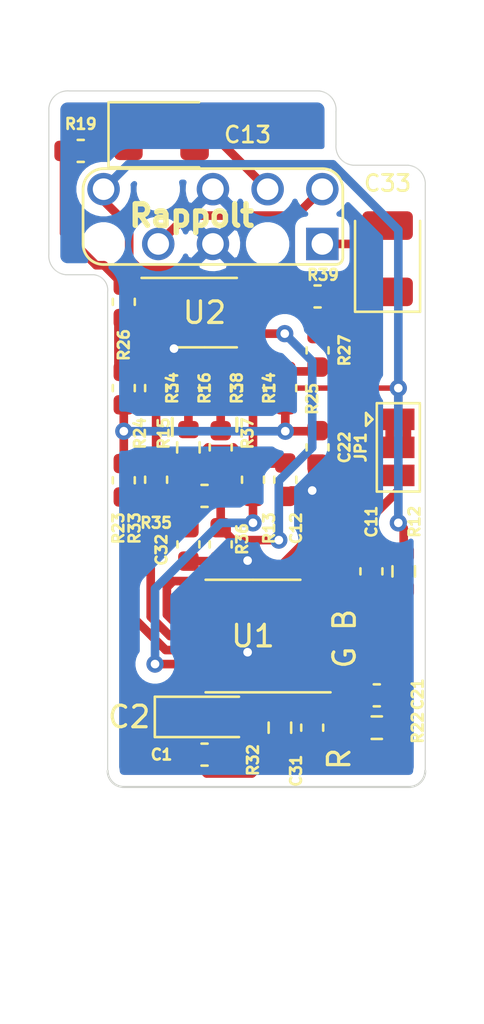
<source format=kicad_pcb>
(kicad_pcb (version 20171130) (host pcbnew "(5.1.7)-1")

  (general
    (thickness 1.6)
    (drawings 19)
    (tracks 200)
    (zones 0)
    (modules 37)
    (nets 29)
  )

  (page A4)
  (layers
    (0 F.Cu signal)
    (31 B.Cu signal)
    (32 B.Adhes user)
    (33 F.Adhes user)
    (34 B.Paste user)
    (35 F.Paste user)
    (36 B.SilkS user)
    (37 F.SilkS user)
    (38 B.Mask user)
    (39 F.Mask user)
    (40 Dwgs.User user)
    (41 Cmts.User user)
    (42 Eco1.User user)
    (43 Eco2.User user)
    (44 Edge.Cuts user)
    (45 Margin user)
    (46 B.CrtYd user)
    (47 F.CrtYd user)
    (48 B.Fab user hide)
    (49 F.Fab user hide)
  )

  (setup
    (last_trace_width 0.25)
    (user_trace_width 0.25)
    (user_trace_width 0.4)
    (user_trace_width 1)
    (user_trace_width 1.5)
    (trace_clearance 0.2)
    (zone_clearance 0.508)
    (zone_45_only no)
    (trace_min 0.2)
    (via_size 0.8)
    (via_drill 0.4)
    (via_min_size 0.508)
    (via_min_drill 0.254)
    (uvia_size 0.3)
    (uvia_drill 0.1)
    (uvias_allowed no)
    (uvia_min_size 0.2)
    (uvia_min_drill 0.1)
    (edge_width 0.1)
    (segment_width 0.2)
    (pcb_text_width 0.3)
    (pcb_text_size 1.5 1.5)
    (mod_edge_width 0.15)
    (mod_text_size 0.5 0.5)
    (mod_text_width 0.125)
    (pad_size 1.508 1.508)
    (pad_drill 1)
    (pad_to_mask_clearance 0.0508)
    (aux_axis_origin 0 0)
    (visible_elements 7FFFFFFF)
    (pcbplotparams
      (layerselection 0x010fc_ffffffff)
      (usegerberextensions false)
      (usegerberattributes true)
      (usegerberadvancedattributes true)
      (creategerberjobfile true)
      (excludeedgelayer true)
      (linewidth 0.100000)
      (plotframeref false)
      (viasonmask false)
      (mode 1)
      (useauxorigin false)
      (hpglpennumber 1)
      (hpglpenspeed 20)
      (hpglpendiameter 15.000000)
      (psnegative false)
      (psa4output false)
      (plotreference true)
      (plotvalue true)
      (plotinvisibletext false)
      (padsonsilk false)
      (subtractmaskfromsilk false)
      (outputformat 1)
      (mirror false)
      (drillshape 1)
      (scaleselection 1)
      (outputdirectory ""))
  )

  (net 0 "")
  (net 1 GND)
  (net 2 VCC)
  (net 3 "Net-(C11-Pad2)")
  (net 4 "Net-(C11-Pad1)")
  (net 5 "Net-(C13-Pad2)")
  (net 6 "Net-(C13-Pad1)")
  (net 7 "Net-(C21-Pad2)")
  (net 8 "Net-(C21-Pad1)")
  (net 9 "Net-(C31-Pad2)")
  (net 10 "Net-(C31-Pad1)")
  (net 11 "Net-(C33-Pad2)")
  (net 12 "Net-(C33-Pad1)")
  (net 13 "Net-(JP1-Pad2)")
  (net 14 "Net-(C12-Pad1)")
  (net 15 "Net-(R13-Pad1)")
  (net 16 "Net-(R14-Pad2)")
  (net 17 "Net-(R15-Pad2)")
  (net 18 "Net-(C22-Pad1)")
  (net 19 "Net-(R24-Pad2)")
  (net 20 "Net-(R27-Pad1)")
  (net 21 "Net-(C32-Pad1)")
  (net 22 "Net-(R33-Pad1)")
  (net 23 "Net-(R35-Pad2)")
  (net 24 "Net-(U1-Pad14)")
  (net 25 "Net-(U1-Pad1)")
  (net 26 "Net-(R23-Pad1)")
  (net 27 "Net-(U1-Pad8)")
  (net 28 "Net-(R19-Pad1)")

  (net_class Default "This is the default net class."
    (clearance 0.2)
    (trace_width 0.25)
    (via_dia 0.8)
    (via_drill 0.4)
    (uvia_dia 0.3)
    (uvia_drill 0.1)
    (add_net "Net-(C11-Pad1)")
    (add_net "Net-(C11-Pad2)")
    (add_net "Net-(C12-Pad1)")
    (add_net "Net-(C13-Pad1)")
    (add_net "Net-(C13-Pad2)")
    (add_net "Net-(C21-Pad1)")
    (add_net "Net-(C21-Pad2)")
    (add_net "Net-(C22-Pad1)")
    (add_net "Net-(C31-Pad1)")
    (add_net "Net-(C31-Pad2)")
    (add_net "Net-(C32-Pad1)")
    (add_net "Net-(C33-Pad1)")
    (add_net "Net-(C33-Pad2)")
    (add_net "Net-(JP1-Pad2)")
    (add_net "Net-(R13-Pad1)")
    (add_net "Net-(R14-Pad2)")
    (add_net "Net-(R15-Pad2)")
    (add_net "Net-(R19-Pad1)")
    (add_net "Net-(R23-Pad1)")
    (add_net "Net-(R24-Pad2)")
    (add_net "Net-(R27-Pad1)")
    (add_net "Net-(R33-Pad1)")
    (add_net "Net-(R35-Pad2)")
    (add_net "Net-(U1-Pad1)")
    (add_net "Net-(U1-Pad14)")
    (add_net "Net-(U1-Pad8)")
  )

  (net_class GND ""
    (clearance 0.2)
    (trace_width 0.4)
    (via_dia 0.8)
    (via_drill 0.4)
    (uvia_dia 0.3)
    (uvia_drill 0.1)
    (add_net GND)
  )

  (net_class VCC ""
    (clearance 0.2)
    (trace_width 0.4)
    (via_dia 0.8)
    (via_drill 0.4)
    (uvia_dia 0.3)
    (uvia_drill 0.1)
    (add_net VCC)
  )

  (module Capacitor_SMD:C_0603_1608Metric (layer F.Cu) (tedit 5F68FEEE) (tstamp 5F7D2AAF)
    (at 29.5 50)
    (descr "Capacitor SMD 0603 (1608 Metric), square (rectangular) end terminal, IPC_7351 nominal, (Body size source: IPC-SM-782 page 76, https://www.pcb-3d.com/wordpress/wp-content/uploads/ipc-sm-782a_amendment_1_and_2.pdf), generated with kicad-footprint-generator")
    (tags capacitor)
    (path /5F815AD7)
    (attr smd)
    (fp_text reference C1 (at -2 0) (layer F.SilkS)
      (effects (font (size 0.5 0.5) (thickness 0.125)))
    )
    (fp_text value ".1uF 50v" (at 0 1.43) (layer F.Fab)
      (effects (font (size 1 1) (thickness 0.15)))
    )
    (fp_line (start 1.48 0.73) (end -1.48 0.73) (layer F.CrtYd) (width 0.05))
    (fp_line (start 1.48 -0.73) (end 1.48 0.73) (layer F.CrtYd) (width 0.05))
    (fp_line (start -1.48 -0.73) (end 1.48 -0.73) (layer F.CrtYd) (width 0.05))
    (fp_line (start -1.48 0.73) (end -1.48 -0.73) (layer F.CrtYd) (width 0.05))
    (fp_line (start -0.14058 0.51) (end 0.14058 0.51) (layer F.SilkS) (width 0.12))
    (fp_line (start -0.14058 -0.51) (end 0.14058 -0.51) (layer F.SilkS) (width 0.12))
    (fp_line (start 0.8 0.4) (end -0.8 0.4) (layer F.Fab) (width 0.1))
    (fp_line (start 0.8 -0.4) (end 0.8 0.4) (layer F.Fab) (width 0.1))
    (fp_line (start -0.8 -0.4) (end 0.8 -0.4) (layer F.Fab) (width 0.1))
    (fp_line (start -0.8 0.4) (end -0.8 -0.4) (layer F.Fab) (width 0.1))
    (fp_text user %R (at 0 0) (layer F.Fab)
      (effects (font (size 0.4 0.4) (thickness 0.06)))
    )
    (pad 2 smd roundrect (at 0.775 0) (size 0.9 0.95) (layers F.Cu F.Paste F.Mask) (roundrect_rratio 0.25)
      (net 1 GND))
    (pad 1 smd roundrect (at -0.775 0) (size 0.9 0.95) (layers F.Cu F.Paste F.Mask) (roundrect_rratio 0.25)
      (net 2 VCC))
    (model ${KISYS3DMOD}/Capacitor_SMD.3dshapes/C_0603_1608Metric.wrl
      (at (xyz 0 0 0))
      (scale (xyz 1 1 1))
      (rotate (xyz 0 0 0))
    )
  )

  (module Resistor_SMD:R_0603_1608Metric (layer F.Cu) (tedit 5F68FEEE) (tstamp 5F7E5D3F)
    (at 33 48.75 270)
    (descr "Resistor SMD 0603 (1608 Metric), square (rectangular) end terminal, IPC_7351 nominal, (Body size source: IPC-SM-782 page 72, https://www.pcb-3d.com/wordpress/wp-content/uploads/ipc-sm-782a_amendment_1_and_2.pdf), generated with kicad-footprint-generator")
    (tags resistor)
    (path /5F7F1DDF)
    (attr smd)
    (fp_text reference R32 (at 1.5 1.25 90) (layer F.SilkS)
      (effects (font (size 0.5 0.5) (thickness 0.125)))
    )
    (fp_text value 5m1 (at 0 1.43 90) (layer F.Fab)
      (effects (font (size 1 1) (thickness 0.15)))
    )
    (fp_line (start -0.8 0.4125) (end -0.8 -0.4125) (layer F.Fab) (width 0.1))
    (fp_line (start -0.8 -0.4125) (end 0.8 -0.4125) (layer F.Fab) (width 0.1))
    (fp_line (start 0.8 -0.4125) (end 0.8 0.4125) (layer F.Fab) (width 0.1))
    (fp_line (start 0.8 0.4125) (end -0.8 0.4125) (layer F.Fab) (width 0.1))
    (fp_line (start -0.237258 -0.5225) (end 0.237258 -0.5225) (layer F.SilkS) (width 0.12))
    (fp_line (start -0.237258 0.5225) (end 0.237258 0.5225) (layer F.SilkS) (width 0.12))
    (fp_line (start -1.48 0.73) (end -1.48 -0.73) (layer F.CrtYd) (width 0.05))
    (fp_line (start -1.48 -0.73) (end 1.48 -0.73) (layer F.CrtYd) (width 0.05))
    (fp_line (start 1.48 -0.73) (end 1.48 0.73) (layer F.CrtYd) (width 0.05))
    (fp_line (start 1.48 0.73) (end -1.48 0.73) (layer F.CrtYd) (width 0.05))
    (fp_text user %R (at 0 0 90) (layer F.Fab)
      (effects (font (size 0.4 0.4) (thickness 0.06)))
    )
    (pad 1 smd roundrect (at -0.825 0 270) (size 0.8 0.95) (layers F.Cu F.Paste F.Mask) (roundrect_rratio 0.25)
      (net 9 "Net-(C31-Pad2)"))
    (pad 2 smd roundrect (at 0.825 0 270) (size 0.8 0.95) (layers F.Cu F.Paste F.Mask) (roundrect_rratio 0.25)
      (net 2 VCC))
    (model ${KISYS3DMOD}/Resistor_SMD.3dshapes/R_0603_1608Metric.wrl
      (at (xyz 0 0 0))
      (scale (xyz 1 1 1))
      (rotate (xyz 0 0 0))
    )
  )

  (module Resistor_SMD:R_0603_1608Metric (layer F.Cu) (tedit 5F68FEEE) (tstamp 5F7E5CDD)
    (at 37.5 48.75 180)
    (descr "Resistor SMD 0603 (1608 Metric), square (rectangular) end terminal, IPC_7351 nominal, (Body size source: IPC-SM-782 page 72, https://www.pcb-3d.com/wordpress/wp-content/uploads/ipc-sm-782a_amendment_1_and_2.pdf), generated with kicad-footprint-generator")
    (tags resistor)
    (path /5F7EEB1B)
    (attr smd)
    (fp_text reference R22 (at -1.9 0 90) (layer F.SilkS)
      (effects (font (size 0.5 0.5) (thickness 0.125)))
    )
    (fp_text value 5m1 (at 0 1.43) (layer F.Fab)
      (effects (font (size 1 1) (thickness 0.15)))
    )
    (fp_line (start 1.48 0.73) (end -1.48 0.73) (layer F.CrtYd) (width 0.05))
    (fp_line (start 1.48 -0.73) (end 1.48 0.73) (layer F.CrtYd) (width 0.05))
    (fp_line (start -1.48 -0.73) (end 1.48 -0.73) (layer F.CrtYd) (width 0.05))
    (fp_line (start -1.48 0.73) (end -1.48 -0.73) (layer F.CrtYd) (width 0.05))
    (fp_line (start -0.237258 0.5225) (end 0.237258 0.5225) (layer F.SilkS) (width 0.12))
    (fp_line (start -0.237258 -0.5225) (end 0.237258 -0.5225) (layer F.SilkS) (width 0.12))
    (fp_line (start 0.8 0.4125) (end -0.8 0.4125) (layer F.Fab) (width 0.1))
    (fp_line (start 0.8 -0.4125) (end 0.8 0.4125) (layer F.Fab) (width 0.1))
    (fp_line (start -0.8 -0.4125) (end 0.8 -0.4125) (layer F.Fab) (width 0.1))
    (fp_line (start -0.8 0.4125) (end -0.8 -0.4125) (layer F.Fab) (width 0.1))
    (fp_text user %R (at 0 0) (layer F.Fab)
      (effects (font (size 0.4 0.4) (thickness 0.06)))
    )
    (pad 2 smd roundrect (at 0.825 0 180) (size 0.8 0.95) (layers F.Cu F.Paste F.Mask) (roundrect_rratio 0.25)
      (net 2 VCC))
    (pad 1 smd roundrect (at -0.825 0 180) (size 0.8 0.95) (layers F.Cu F.Paste F.Mask) (roundrect_rratio 0.25)
      (net 7 "Net-(C21-Pad2)"))
    (model ${KISYS3DMOD}/Resistor_SMD.3dshapes/R_0603_1608Metric.wrl
      (at (xyz 0 0 0))
      (scale (xyz 1 1 1))
      (rotate (xyz 0 0 0))
    )
  )

  (module Resistor_SMD:R_0603_1608Metric (layer F.Cu) (tedit 5F68FEEE) (tstamp 5F7E5BBB)
    (at 38.75 41.5 90)
    (descr "Resistor SMD 0603 (1608 Metric), square (rectangular) end terminal, IPC_7351 nominal, (Body size source: IPC-SM-782 page 72, https://www.pcb-3d.com/wordpress/wp-content/uploads/ipc-sm-782a_amendment_1_and_2.pdf), generated with kicad-footprint-generator")
    (tags resistor)
    (path /5F7EE90E)
    (attr smd)
    (fp_text reference R12 (at 2.3 0.5 90) (layer F.SilkS)
      (effects (font (size 0.5 0.5) (thickness 0.125)))
    )
    (fp_text value 5m1 (at 0 1.43 90) (layer F.Fab)
      (effects (font (size 1 1) (thickness 0.15)))
    )
    (fp_line (start 1.48 0.73) (end -1.48 0.73) (layer F.CrtYd) (width 0.05))
    (fp_line (start 1.48 -0.73) (end 1.48 0.73) (layer F.CrtYd) (width 0.05))
    (fp_line (start -1.48 -0.73) (end 1.48 -0.73) (layer F.CrtYd) (width 0.05))
    (fp_line (start -1.48 0.73) (end -1.48 -0.73) (layer F.CrtYd) (width 0.05))
    (fp_line (start -0.237258 0.5225) (end 0.237258 0.5225) (layer F.SilkS) (width 0.12))
    (fp_line (start -0.237258 -0.5225) (end 0.237258 -0.5225) (layer F.SilkS) (width 0.12))
    (fp_line (start 0.8 0.4125) (end -0.8 0.4125) (layer F.Fab) (width 0.1))
    (fp_line (start 0.8 -0.4125) (end 0.8 0.4125) (layer F.Fab) (width 0.1))
    (fp_line (start -0.8 -0.4125) (end 0.8 -0.4125) (layer F.Fab) (width 0.1))
    (fp_line (start -0.8 0.4125) (end -0.8 -0.4125) (layer F.Fab) (width 0.1))
    (fp_text user %R (at 0 0 90) (layer F.Fab)
      (effects (font (size 0.4 0.4) (thickness 0.06)))
    )
    (pad 2 smd roundrect (at 0.825 0 90) (size 0.8 0.95) (layers F.Cu F.Paste F.Mask) (roundrect_rratio 0.25)
      (net 2 VCC))
    (pad 1 smd roundrect (at -0.825 0 90) (size 0.8 0.95) (layers F.Cu F.Paste F.Mask) (roundrect_rratio 0.25)
      (net 3 "Net-(C11-Pad2)"))
    (model ${KISYS3DMOD}/Resistor_SMD.3dshapes/R_0603_1608Metric.wrl
      (at (xyz 0 0 0))
      (scale (xyz 1 1 1))
      (rotate (xyz 0 0 0))
    )
  )

  (module Package_SO:TSSOP-14_4.4x5mm_P0.65mm (layer F.Cu) (tedit 5F7E365D) (tstamp 5F7CCA2B)
    (at 31.75 44.5 180)
    (descr "TSSOP, 14 Pin (JEDEC MO-153 Var AB-1 https://www.jedec.org/document_search?search_api_views_fulltext=MO-153), generated with kicad-footprint-generator ipc_gullwing_generator.py")
    (tags "TSSOP SO")
    (path /5F7C6A9A)
    (attr smd)
    (fp_text reference U1 (at 0 0 180) (layer F.SilkS)
      (effects (font (size 1 1) (thickness 0.15)))
    )
    (fp_text value THS7374 (at 0 3.45) (layer F.Fab)
      (effects (font (size 1 1) (thickness 0.15)))
    )
    (fp_line (start 0 2.61) (end 2.2 2.61) (layer F.SilkS) (width 0.12))
    (fp_line (start 0 2.61) (end -2.2 2.61) (layer F.SilkS) (width 0.12))
    (fp_line (start 0 -2.61) (end 2.2 -2.61) (layer F.SilkS) (width 0.12))
    (fp_line (start 0 -2.61) (end -3.6 -2.61) (layer F.SilkS) (width 0.12))
    (fp_line (start -1.2 -2.5) (end 2.2 -2.5) (layer F.Fab) (width 0.1))
    (fp_line (start 2.2 -2.5) (end 2.2 2.5) (layer F.Fab) (width 0.1))
    (fp_line (start 2.2 2.5) (end -2.2 2.5) (layer F.Fab) (width 0.1))
    (fp_line (start -2.2 2.5) (end -2.2 -1.5) (layer F.Fab) (width 0.1))
    (fp_line (start -2.2 -1.5) (end -1.2 -2.5) (layer F.Fab) (width 0.1))
    (fp_line (start -3.85 -2.75) (end -3.85 2.75) (layer F.CrtYd) (width 0.05))
    (fp_line (start -3.85 2.75) (end 3.85 2.75) (layer F.CrtYd) (width 0.05))
    (fp_line (start 3.85 2.75) (end 3.85 -2.75) (layer F.CrtYd) (width 0.05))
    (fp_line (start 3.85 -2.75) (end -3.85 -2.75) (layer F.CrtYd) (width 0.05))
    (fp_text user %R (at 0 0) (layer F.Fab)
      (effects (font (size 1 1) (thickness 0.15)))
    )
    (pad 1 smd roundrect (at -2.8625 -1.95 180) (size 1.475 0.4) (layers F.Cu F.Paste F.Mask) (roundrect_rratio 0.25)
      (net 25 "Net-(U1-Pad1)"))
    (pad 2 smd roundrect (at -2.8625 -1.3 180) (size 1.475 0.4) (layers F.Cu F.Paste F.Mask) (roundrect_rratio 0.25)
      (net 3 "Net-(C11-Pad2)"))
    (pad 3 smd roundrect (at -2.8625 -0.65 180) (size 1.475 0.4) (layers F.Cu F.Paste F.Mask) (roundrect_rratio 0.25)
      (net 7 "Net-(C21-Pad2)"))
    (pad 4 smd roundrect (at -2.8625 0 180) (size 1.475 0.4) (layers F.Cu F.Paste F.Mask) (roundrect_rratio 0.25)
      (net 9 "Net-(C31-Pad2)"))
    (pad 5 smd roundrect (at -2.8625 0.65 180) (size 1.475 0.4) (layers F.Cu F.Paste F.Mask) (roundrect_rratio 0.25)
      (net 1 GND))
    (pad 6 smd roundrect (at -2.8625 1.3 180) (size 1.475 0.4) (layers F.Cu F.Paste F.Mask) (roundrect_rratio 0.25)
      (net 1 GND))
    (pad 7 smd roundrect (at -2.8625 1.95 180) (size 1.475 0.4) (layers F.Cu F.Paste F.Mask) (roundrect_rratio 0.25)
      (net 1 GND))
    (pad 8 smd roundrect (at 2.8625 1.95 180) (size 1.475 0.4) (layers F.Cu F.Paste F.Mask) (roundrect_rratio 0.25)
      (net 27 "Net-(U1-Pad8)"))
    (pad 9 smd roundrect (at 2.8625 1.3 180) (size 1.475 0.4) (layers F.Cu F.Paste F.Mask) (roundrect_rratio 0.25)
      (net 13 "Net-(JP1-Pad2)"))
    (pad 10 smd roundrect (at 2.8625 0.65 180) (size 1.475 0.4) (layers F.Cu F.Paste F.Mask) (roundrect_rratio 0.25)
      (net 2 VCC))
    (pad 11 smd roundrect (at 2.8625 0 180) (size 1.475 0.4) (layers F.Cu F.Paste F.Mask) (roundrect_rratio 0.25)
      (net 22 "Net-(R33-Pad1)"))
    (pad 12 smd roundrect (at 2.8625 -0.65 180) (size 1.475 0.4) (layers F.Cu F.Paste F.Mask) (roundrect_rratio 0.25)
      (net 26 "Net-(R23-Pad1)"))
    (pad 13 smd roundrect (at 2.8625 -1.3 180) (size 1.475 0.4) (layers F.Cu F.Paste F.Mask) (roundrect_rratio 0.25)
      (net 15 "Net-(R13-Pad1)"))
    (pad 14 smd roundrect (at 2.8625 -1.95 180) (size 1.475 0.4) (layers F.Cu F.Paste F.Mask) (roundrect_rratio 0.25)
      (net 24 "Net-(U1-Pad14)"))
    (model ${KISYS3DMOD}/Package_SO.3dshapes/TSSOP-14_4.4x5mm_P0.65mm.wrl
      (at (xyz 0 0 0))
      (scale (xyz 1 1 1))
      (rotate (xyz 0 0 0))
    )
  )

  (module Capacitor_SMD:C_0603_1608Metric (layer F.Cu) (tedit 5F68FEEE) (tstamp 5F7C21A4)
    (at 30.25 35.75 90)
    (descr "Capacitor SMD 0603 (1608 Metric), square (rectangular) end terminal, IPC_7351 nominal, (Body size source: IPC-SM-782 page 76, https://www.pcb-3d.com/wordpress/wp-content/uploads/ipc-sm-782a_amendment_1_and_2.pdf), generated with kicad-footprint-generator")
    (tags capacitor)
    (path /5F97D45C)
    (attr smd)
    (fp_text reference R37 (at 0.65 1.25 90) (layer F.SilkS)
      (effects (font (size 0.5 0.5) (thickness 0.125)))
    )
    (fp_text value 1k54 (at 0 1.43 90) (layer F.Fab)
      (effects (font (size 1 1) (thickness 0.15)))
    )
    (fp_line (start 1.48 0.73) (end -1.48 0.73) (layer F.CrtYd) (width 0.05))
    (fp_line (start 1.48 -0.73) (end 1.48 0.73) (layer F.CrtYd) (width 0.05))
    (fp_line (start -1.48 -0.73) (end 1.48 -0.73) (layer F.CrtYd) (width 0.05))
    (fp_line (start -1.48 0.73) (end -1.48 -0.73) (layer F.CrtYd) (width 0.05))
    (fp_line (start -0.14058 0.51) (end 0.14058 0.51) (layer F.SilkS) (width 0.12))
    (fp_line (start -0.14058 -0.51) (end 0.14058 -0.51) (layer F.SilkS) (width 0.12))
    (fp_line (start 0.8 0.4) (end -0.8 0.4) (layer F.Fab) (width 0.1))
    (fp_line (start 0.8 -0.4) (end 0.8 0.4) (layer F.Fab) (width 0.1))
    (fp_line (start -0.8 -0.4) (end 0.8 -0.4) (layer F.Fab) (width 0.1))
    (fp_line (start -0.8 0.4) (end -0.8 -0.4) (layer F.Fab) (width 0.1))
    (fp_text user %R (at 0 0 90) (layer F.Fab)
      (effects (font (size 0.4 0.4) (thickness 0.06)))
    )
    (pad 2 smd roundrect (at 0.775 0 90) (size 0.9 0.95) (layers F.Cu F.Paste F.Mask) (roundrect_rratio 0.25)
      (net 2 VCC))
    (pad 1 smd roundrect (at -0.775 0 90) (size 0.9 0.95) (layers F.Cu F.Paste F.Mask) (roundrect_rratio 0.25)
      (net 23 "Net-(R35-Pad2)"))
    (model ${KISYS3DMOD}/Resistor_SMD.3dshapes/R_0603_1608Metric.wrl
      (at (xyz 0 0 0))
      (scale (xyz 1 1 1))
      (rotate (xyz 0 0 0))
    )
  )

  (module Capacitor_SMD:C_0603_1608Metric (layer F.Cu) (tedit 5F7D29FB) (tstamp 5F7DDF5D)
    (at 33.25 37.25 270)
    (descr "Capacitor SMD 0603 (1608 Metric), square (rectangular) end terminal, IPC_7351 nominal, (Body size source: IPC-SM-782 page 76, https://www.pcb-3d.com/wordpress/wp-content/uploads/ipc-sm-782a_amendment_1_and_2.pdf), generated with kicad-footprint-generator")
    (tags capacitor)
    (path /5F9278C9)
    (attr smd)
    (fp_text reference C12 (at 2.25 -0.5 90) (layer F.SilkS)
      (effects (font (size 0.5 0.5) (thickness 0.125)))
    )
    (fp_text value 47pF (at 0 1.43 90) (layer F.Fab)
      (effects (font (size 1 1) (thickness 0.15)))
    )
    (fp_line (start -0.8 0.4) (end -0.8 -0.4) (layer F.Fab) (width 0.1))
    (fp_line (start -0.8 -0.4) (end 0.8 -0.4) (layer F.Fab) (width 0.1))
    (fp_line (start 0.8 -0.4) (end 0.8 0.4) (layer F.Fab) (width 0.1))
    (fp_line (start 0.8 0.4) (end -0.8 0.4) (layer F.Fab) (width 0.1))
    (fp_line (start -0.14058 -0.51) (end 0.14058 -0.51) (layer F.SilkS) (width 0.12))
    (fp_line (start -0.14058 0.51) (end 0.14058 0.51) (layer F.SilkS) (width 0.12))
    (fp_line (start -1.48 0.73) (end -1.48 -0.73) (layer F.CrtYd) (width 0.05))
    (fp_line (start -1.48 -0.73) (end 1.48 -0.73) (layer F.CrtYd) (width 0.05))
    (fp_line (start 1.48 -0.73) (end 1.48 0.73) (layer F.CrtYd) (width 0.05))
    (fp_line (start 1.48 0.73) (end -1.48 0.73) (layer F.CrtYd) (width 0.05))
    (fp_text user %R (at 0 0 90) (layer F.Fab)
      (effects (font (size 0.4 0.4) (thickness 0.06)))
    )
    (pad 2 smd roundrect (at 0.775 0 270) (size 0.9 0.95) (layers F.Cu F.Paste F.Mask) (roundrect_rratio 0.25)
      (net 1 GND))
    (pad 1 smd roundrect (at -0.775 0 270) (size 0.9 0.95) (layers F.Cu F.Paste F.Mask) (roundrect_rratio 0.25)
      (net 14 "Net-(C12-Pad1)"))
    (model ${KISYS3DMOD}/Capacitor_SMD.3dshapes/C_0603_1608Metric.wrl
      (at (xyz 0 0 0))
      (scale (xyz 1 1 1))
      (rotate (xyz 0 0 0))
    )
  )

  (module Capacitor_SMD:C_0603_1608Metric (layer F.Cu) (tedit 5F7D2A02) (tstamp 5F7DDFBE)
    (at 34.75 35.75 270)
    (descr "Capacitor SMD 0603 (1608 Metric), square (rectangular) end terminal, IPC_7351 nominal, (Body size source: IPC-SM-782 page 76, https://www.pcb-3d.com/wordpress/wp-content/uploads/ipc-sm-782a_amendment_1_and_2.pdf), generated with kicad-footprint-generator")
    (tags capacitor)
    (path /5F9258D6)
    (attr smd)
    (fp_text reference C22 (at 0 -1.25 90) (layer F.SilkS)
      (effects (font (size 0.5 0.5) (thickness 0.125)))
    )
    (fp_text value 47pF (at 0 1.43 90) (layer F.Fab)
      (effects (font (size 1 1) (thickness 0.15)))
    )
    (fp_line (start -0.8 0.4) (end -0.8 -0.4) (layer F.Fab) (width 0.1))
    (fp_line (start -0.8 -0.4) (end 0.8 -0.4) (layer F.Fab) (width 0.1))
    (fp_line (start 0.8 -0.4) (end 0.8 0.4) (layer F.Fab) (width 0.1))
    (fp_line (start 0.8 0.4) (end -0.8 0.4) (layer F.Fab) (width 0.1))
    (fp_line (start -0.14058 -0.51) (end 0.14058 -0.51) (layer F.SilkS) (width 0.12))
    (fp_line (start -0.14058 0.51) (end 0.14058 0.51) (layer F.SilkS) (width 0.12))
    (fp_line (start -1.48 0.73) (end -1.48 -0.73) (layer F.CrtYd) (width 0.05))
    (fp_line (start -1.48 -0.73) (end 1.48 -0.73) (layer F.CrtYd) (width 0.05))
    (fp_line (start 1.48 -0.73) (end 1.48 0.73) (layer F.CrtYd) (width 0.05))
    (fp_line (start 1.48 0.73) (end -1.48 0.73) (layer F.CrtYd) (width 0.05))
    (fp_text user %R (at 0 0 90) (layer F.Fab)
      (effects (font (size 0.4 0.4) (thickness 0.06)))
    )
    (pad 2 smd roundrect (at 0.775 0 270) (size 0.9 0.95) (layers F.Cu F.Paste F.Mask) (roundrect_rratio 0.25)
      (net 1 GND))
    (pad 1 smd roundrect (at -0.775 0 270) (size 0.9 0.95) (layers F.Cu F.Paste F.Mask) (roundrect_rratio 0.25)
      (net 18 "Net-(C22-Pad1)"))
    (model ${KISYS3DMOD}/Capacitor_SMD.3dshapes/C_0603_1608Metric.wrl
      (at (xyz 0 0 0))
      (scale (xyz 1 1 1))
      (rotate (xyz 0 0 0))
    )
  )

  (module Capacitor_SMD:C_0603_1608Metric (layer F.Cu) (tedit 5F7D2A09) (tstamp 5F7DE01F)
    (at 28.75 40.25 270)
    (descr "Capacitor SMD 0603 (1608 Metric), square (rectangular) end terminal, IPC_7351 nominal, (Body size source: IPC-SM-782 page 76, https://www.pcb-3d.com/wordpress/wp-content/uploads/ipc-sm-782a_amendment_1_and_2.pdf), generated with kicad-footprint-generator")
    (tags capacitor)
    (path /5F9252E9)
    (attr smd)
    (fp_text reference C32 (at 0.25 1.25 90) (layer F.SilkS)
      (effects (font (size 0.5 0.5) (thickness 0.125)))
    )
    (fp_text value 47pF (at 0 1.43 90) (layer F.Fab)
      (effects (font (size 1 1) (thickness 0.15)))
    )
    (fp_line (start 1.48 0.73) (end -1.48 0.73) (layer F.CrtYd) (width 0.05))
    (fp_line (start 1.48 -0.73) (end 1.48 0.73) (layer F.CrtYd) (width 0.05))
    (fp_line (start -1.48 -0.73) (end 1.48 -0.73) (layer F.CrtYd) (width 0.05))
    (fp_line (start -1.48 0.73) (end -1.48 -0.73) (layer F.CrtYd) (width 0.05))
    (fp_line (start -0.14058 0.51) (end 0.14058 0.51) (layer F.SilkS) (width 0.12))
    (fp_line (start -0.14058 -0.51) (end 0.14058 -0.51) (layer F.SilkS) (width 0.12))
    (fp_line (start 0.8 0.4) (end -0.8 0.4) (layer F.Fab) (width 0.1))
    (fp_line (start 0.8 -0.4) (end 0.8 0.4) (layer F.Fab) (width 0.1))
    (fp_line (start -0.8 -0.4) (end 0.8 -0.4) (layer F.Fab) (width 0.1))
    (fp_line (start -0.8 0.4) (end -0.8 -0.4) (layer F.Fab) (width 0.1))
    (fp_text user %R (at 0 0 90) (layer F.Fab)
      (effects (font (size 0.4 0.4) (thickness 0.06)))
    )
    (pad 1 smd roundrect (at -0.775 0 270) (size 0.9 0.95) (layers F.Cu F.Paste F.Mask) (roundrect_rratio 0.25)
      (net 21 "Net-(C32-Pad1)"))
    (pad 2 smd roundrect (at 0.775 0 270) (size 0.9 0.95) (layers F.Cu F.Paste F.Mask) (roundrect_rratio 0.25)
      (net 1 GND))
    (model ${KISYS3DMOD}/Capacitor_SMD.3dshapes/C_0603_1608Metric.wrl
      (at (xyz 0 0 0))
      (scale (xyz 1 1 1))
      (rotate (xyz 0 0 0))
    )
  )

  (module Capacitor_SMD:C_0603_1608Metric (layer F.Cu) (tedit 5F7D2E6D) (tstamp 5F7BF177)
    (at 34.75 28.75)
    (descr "Capacitor SMD 0603 (1608 Metric), square (rectangular) end terminal, IPC_7351 nominal, (Body size source: IPC-SM-782 page 76, https://www.pcb-3d.com/wordpress/wp-content/uploads/ipc-sm-782a_amendment_1_and_2.pdf), generated with kicad-footprint-generator")
    (tags capacitor)
    (path /5F9FDDCE)
    (attr smd)
    (fp_text reference R39 (at 0.25 -1 180) (layer F.SilkS)
      (effects (font (size 0.5 0.5) (thickness 0.125)))
    )
    (fp_text value 75 (at 0 1.43) (layer F.Fab)
      (effects (font (size 1 1) (thickness 0.15)))
    )
    (fp_line (start 1.48 0.73) (end -1.48 0.73) (layer F.CrtYd) (width 0.05))
    (fp_line (start 1.48 -0.73) (end 1.48 0.73) (layer F.CrtYd) (width 0.05))
    (fp_line (start -1.48 -0.73) (end 1.48 -0.73) (layer F.CrtYd) (width 0.05))
    (fp_line (start -1.48 0.73) (end -1.48 -0.73) (layer F.CrtYd) (width 0.05))
    (fp_line (start -0.14058 0.51) (end 0.14058 0.51) (layer F.SilkS) (width 0.12))
    (fp_line (start -0.14058 -0.51) (end 0.14058 -0.51) (layer F.SilkS) (width 0.12))
    (fp_line (start 0.8 0.4) (end -0.8 0.4) (layer F.Fab) (width 0.1))
    (fp_line (start 0.8 -0.4) (end 0.8 0.4) (layer F.Fab) (width 0.1))
    (fp_line (start -0.8 -0.4) (end 0.8 -0.4) (layer F.Fab) (width 0.1))
    (fp_line (start -0.8 0.4) (end -0.8 -0.4) (layer F.Fab) (width 0.1))
    (fp_text user %R (at 0 0) (layer F.Fab)
      (effects (font (size 0.4 0.4) (thickness 0.06)))
    )
    (pad 2 smd roundrect (at 0.775 0) (size 0.9 0.95) (layers F.Cu F.Paste F.Mask) (roundrect_rratio 0.25)
      (net 12 "Net-(C33-Pad1)"))
    (pad 1 smd roundrect (at -0.775 0) (size 0.9 0.95) (layers F.Cu F.Paste F.Mask) (roundrect_rratio 0.25)
      (net 20 "Net-(R27-Pad1)"))
    (model ${KISYS3DMOD}/Resistor_SMD.3dshapes/R_0603_1608Metric.wrl
      (at (xyz 0 0 0))
      (scale (xyz 1 1 1))
      (rotate (xyz 0 0 0))
    )
  )

  (module Capacitor_SMD:C_0603_1608Metric (layer F.Cu) (tedit 5F7D28F6) (tstamp 5F7C0099)
    (at 27.25 33 90)
    (descr "Capacitor SMD 0603 (1608 Metric), square (rectangular) end terminal, IPC_7351 nominal, (Body size source: IPC-SM-782 page 76, https://www.pcb-3d.com/wordpress/wp-content/uploads/ipc-sm-782a_amendment_1_and_2.pdf), generated with kicad-footprint-generator")
    (tags capacitor)
    (path /5F963AE6)
    (attr smd)
    (fp_text reference R34 (at 0 0.75 90) (layer F.SilkS)
      (effects (font (size 0.5 0.5) (thickness 0.125)))
    )
    (fp_text value 2k74 (at 0 1.43 90) (layer F.Fab)
      (effects (font (size 1 1) (thickness 0.15)))
    )
    (fp_line (start 1.48 0.73) (end -1.48 0.73) (layer F.CrtYd) (width 0.05))
    (fp_line (start 1.48 -0.73) (end 1.48 0.73) (layer F.CrtYd) (width 0.05))
    (fp_line (start -1.48 -0.73) (end 1.48 -0.73) (layer F.CrtYd) (width 0.05))
    (fp_line (start -1.48 0.73) (end -1.48 -0.73) (layer F.CrtYd) (width 0.05))
    (fp_line (start -0.14058 0.51) (end 0.14058 0.51) (layer F.SilkS) (width 0.12))
    (fp_line (start -0.14058 -0.51) (end 0.14058 -0.51) (layer F.SilkS) (width 0.12))
    (fp_line (start 0.8 0.4) (end -0.8 0.4) (layer F.Fab) (width 0.1))
    (fp_line (start 0.8 -0.4) (end 0.8 0.4) (layer F.Fab) (width 0.1))
    (fp_line (start -0.8 -0.4) (end 0.8 -0.4) (layer F.Fab) (width 0.1))
    (fp_line (start -0.8 0.4) (end -0.8 -0.4) (layer F.Fab) (width 0.1))
    (fp_text user %R (at 0 0 90) (layer F.Fab)
      (effects (font (size 0.4 0.4) (thickness 0.06)))
    )
    (pad 2 smd roundrect (at 0.775 0 90) (size 0.9 0.95) (layers F.Cu F.Paste F.Mask) (roundrect_rratio 0.25)
      (net 19 "Net-(R24-Pad2)"))
    (pad 1 smd roundrect (at -0.775 0 90) (size 0.9 0.95) (layers F.Cu F.Paste F.Mask) (roundrect_rratio 0.25)
      (net 21 "Net-(C32-Pad1)"))
    (model ${KISYS3DMOD}/Resistor_SMD.3dshapes/R_0603_1608Metric.wrl
      (at (xyz 0 0 0))
      (scale (xyz 1 1 1))
      (rotate (xyz 0 0 0))
    )
  )

  (module Capacitor_SMD:C_0603_1608Metric (layer F.Cu) (tedit 5F68FEEE) (tstamp 5F7D6FD6)
    (at 34.5 48.75 90)
    (descr "Capacitor SMD 0603 (1608 Metric), square (rectangular) end terminal, IPC_7351 nominal, (Body size source: IPC-SM-782 page 76, https://www.pcb-3d.com/wordpress/wp-content/uploads/ipc-sm-782a_amendment_1_and_2.pdf), generated with kicad-footprint-generator")
    (tags capacitor)
    (path /5F7AF8D9)
    (attr smd)
    (fp_text reference C31 (at -2 -0.75 270) (layer F.SilkS)
      (effects (font (size 0.5 0.5) (thickness 0.125)))
    )
    (fp_text value "22uF 25v" (at 0 1.43 90) (layer F.Fab)
      (effects (font (size 1 1) (thickness 0.15)))
    )
    (fp_line (start -0.8 0.4) (end -0.8 -0.4) (layer F.Fab) (width 0.1))
    (fp_line (start -0.8 -0.4) (end 0.8 -0.4) (layer F.Fab) (width 0.1))
    (fp_line (start 0.8 -0.4) (end 0.8 0.4) (layer F.Fab) (width 0.1))
    (fp_line (start 0.8 0.4) (end -0.8 0.4) (layer F.Fab) (width 0.1))
    (fp_line (start -0.14058 -0.51) (end 0.14058 -0.51) (layer F.SilkS) (width 0.12))
    (fp_line (start -0.14058 0.51) (end 0.14058 0.51) (layer F.SilkS) (width 0.12))
    (fp_line (start -1.48 0.73) (end -1.48 -0.73) (layer F.CrtYd) (width 0.05))
    (fp_line (start -1.48 -0.73) (end 1.48 -0.73) (layer F.CrtYd) (width 0.05))
    (fp_line (start 1.48 -0.73) (end 1.48 0.73) (layer F.CrtYd) (width 0.05))
    (fp_line (start 1.48 0.73) (end -1.48 0.73) (layer F.CrtYd) (width 0.05))
    (fp_text user %R (at 0 0 90) (layer F.Fab)
      (effects (font (size 0.4 0.4) (thickness 0.06)))
    )
    (pad 1 smd roundrect (at -0.775 0 90) (size 0.9 0.95) (layers F.Cu F.Paste F.Mask) (roundrect_rratio 0.25)
      (net 10 "Net-(C31-Pad1)"))
    (pad 2 smd roundrect (at 0.775 0 90) (size 0.9 0.95) (layers F.Cu F.Paste F.Mask) (roundrect_rratio 0.25)
      (net 9 "Net-(C31-Pad2)"))
    (model ${KISYS3DMOD}/Capacitor_SMD.3dshapes/C_0603_1608Metric.wrl
      (at (xyz 0 0 0))
      (scale (xyz 1 1 1))
      (rotate (xyz 0 0 0))
    )
  )

  (module Capacitor_SMD:C_0603_1608Metric (layer F.Cu) (tedit 5F68FEEE) (tstamp 5F7D6F75)
    (at 37.5 47.25 180)
    (descr "Capacitor SMD 0603 (1608 Metric), square (rectangular) end terminal, IPC_7351 nominal, (Body size source: IPC-SM-782 page 76, https://www.pcb-3d.com/wordpress/wp-content/uploads/ipc-sm-782a_amendment_1_and_2.pdf), generated with kicad-footprint-generator")
    (tags capacitor)
    (path /5F7AED99)
    (attr smd)
    (fp_text reference C21 (at -1.9 0.05 90) (layer F.SilkS)
      (effects (font (size 0.5 0.5) (thickness 0.125)))
    )
    (fp_text value "22uF 25v" (at 0 1.43) (layer F.Fab)
      (effects (font (size 1 1) (thickness 0.15)))
    )
    (fp_line (start 1.48 0.73) (end -1.48 0.73) (layer F.CrtYd) (width 0.05))
    (fp_line (start 1.48 -0.73) (end 1.48 0.73) (layer F.CrtYd) (width 0.05))
    (fp_line (start -1.48 -0.73) (end 1.48 -0.73) (layer F.CrtYd) (width 0.05))
    (fp_line (start -1.48 0.73) (end -1.48 -0.73) (layer F.CrtYd) (width 0.05))
    (fp_line (start -0.14058 0.51) (end 0.14058 0.51) (layer F.SilkS) (width 0.12))
    (fp_line (start -0.14058 -0.51) (end 0.14058 -0.51) (layer F.SilkS) (width 0.12))
    (fp_line (start 0.8 0.4) (end -0.8 0.4) (layer F.Fab) (width 0.1))
    (fp_line (start 0.8 -0.4) (end 0.8 0.4) (layer F.Fab) (width 0.1))
    (fp_line (start -0.8 -0.4) (end 0.8 -0.4) (layer F.Fab) (width 0.1))
    (fp_line (start -0.8 0.4) (end -0.8 -0.4) (layer F.Fab) (width 0.1))
    (fp_text user %R (at 0 0) (layer F.Fab)
      (effects (font (size 0.4 0.4) (thickness 0.06)))
    )
    (pad 2 smd roundrect (at 0.775 0 180) (size 0.9 0.95) (layers F.Cu F.Paste F.Mask) (roundrect_rratio 0.25)
      (net 7 "Net-(C21-Pad2)"))
    (pad 1 smd roundrect (at -0.775 0 180) (size 0.9 0.95) (layers F.Cu F.Paste F.Mask) (roundrect_rratio 0.25)
      (net 8 "Net-(C21-Pad1)"))
    (model ${KISYS3DMOD}/Capacitor_SMD.3dshapes/C_0603_1608Metric.wrl
      (at (xyz 0 0 0))
      (scale (xyz 1 1 1))
      (rotate (xyz 0 0 0))
    )
  )

  (module Capacitor_SMD:C_0603_1608Metric (layer F.Cu) (tedit 5F68FEEE) (tstamp 5F7D6EB1)
    (at 37.25 41.5 90)
    (descr "Capacitor SMD 0603 (1608 Metric), square (rectangular) end terminal, IPC_7351 nominal, (Body size source: IPC-SM-782 page 76, https://www.pcb-3d.com/wordpress/wp-content/uploads/ipc-sm-782a_amendment_1_and_2.pdf), generated with kicad-footprint-generator")
    (tags capacitor)
    (path /5F7AE135)
    (attr smd)
    (fp_text reference C11 (at 2.3 0 90) (layer F.SilkS)
      (effects (font (size 0.5 0.5) (thickness 0.125)))
    )
    (fp_text value "22uF 25v" (at 0 1.43 90) (layer F.Fab)
      (effects (font (size 1 1) (thickness 0.15)))
    )
    (fp_line (start 1.48 0.73) (end -1.48 0.73) (layer F.CrtYd) (width 0.05))
    (fp_line (start 1.48 -0.73) (end 1.48 0.73) (layer F.CrtYd) (width 0.05))
    (fp_line (start -1.48 -0.73) (end 1.48 -0.73) (layer F.CrtYd) (width 0.05))
    (fp_line (start -1.48 0.73) (end -1.48 -0.73) (layer F.CrtYd) (width 0.05))
    (fp_line (start -0.14058 0.51) (end 0.14058 0.51) (layer F.SilkS) (width 0.12))
    (fp_line (start -0.14058 -0.51) (end 0.14058 -0.51) (layer F.SilkS) (width 0.12))
    (fp_line (start 0.8 0.4) (end -0.8 0.4) (layer F.Fab) (width 0.1))
    (fp_line (start 0.8 -0.4) (end 0.8 0.4) (layer F.Fab) (width 0.1))
    (fp_line (start -0.8 -0.4) (end 0.8 -0.4) (layer F.Fab) (width 0.1))
    (fp_line (start -0.8 0.4) (end -0.8 -0.4) (layer F.Fab) (width 0.1))
    (fp_text user %R (at 0 0 90) (layer F.Fab)
      (effects (font (size 0.4 0.4) (thickness 0.06)))
    )
    (pad 2 smd roundrect (at 0.775 0 90) (size 0.9 0.95) (layers F.Cu F.Paste F.Mask) (roundrect_rratio 0.25)
      (net 3 "Net-(C11-Pad2)"))
    (pad 1 smd roundrect (at -0.775 0 90) (size 0.9 0.95) (layers F.Cu F.Paste F.Mask) (roundrect_rratio 0.25)
      (net 4 "Net-(C11-Pad1)"))
    (model ${KISYS3DMOD}/Capacitor_SMD.3dshapes/C_0603_1608Metric.wrl
      (at (xyz 0 0 0))
      (scale (xyz 1 1 1))
      (rotate (xyz 0 0 0))
    )
  )

  (module Connector_Wire:SolderWirePad_1x01_SMD_1x2mm (layer F.Cu) (tedit 5F7D3144) (tstamp 5F7D6626)
    (at 37.7 50.2 90)
    (descr "Wire Pad, Square, SMD Pad,  5mm x 10mm,")
    (tags "MesurementPoint Square SMDPad 5mmx10mm ")
    (attr virtual)
    (fp_text reference R (at 0 -1.95 90) (layer F.SilkS)
      (effects (font (size 1 1) (thickness 0.15)))
    )
    (fp_text value SolderWirePad_1x01_SMD_1x2mm (at 0 2.54 90) (layer F.Fab)
      (effects (font (size 1 1) (thickness 0.15)))
    )
    (fp_line (start -0.63 1.27) (end -0.63 -1.27) (layer F.Fab) (width 0.1))
    (fp_line (start 0.63 1.27) (end -0.63 1.27) (layer F.Fab) (width 0.1))
    (fp_line (start 0.63 -1.27) (end 0.63 1.27) (layer F.Fab) (width 0.1))
    (fp_line (start -0.63 -1.27) (end 0.63 -1.27) (layer F.Fab) (width 0.1))
    (fp_line (start -0.63 -1.27) (end -0.63 1.27) (layer F.CrtYd) (width 0.05))
    (fp_line (start -0.63 1.27) (end 0.63 1.27) (layer F.CrtYd) (width 0.05))
    (fp_line (start 0.63 1.27) (end 0.63 -1.27) (layer F.CrtYd) (width 0.05))
    (fp_line (start 0.63 -1.27) (end -0.63 -1.27) (layer F.CrtYd) (width 0.05))
    (fp_text user %R (at 0 0 90) (layer F.Fab)
      (effects (font (size 1 1) (thickness 0.15)))
    )
    (pad 1 smd roundrect (at 0 0 90) (size 1 2) (layers F.Cu F.Paste F.Mask) (roundrect_rratio 0.25)
      (net 10 "Net-(C31-Pad1)"))
  )

  (module Connector_Wire:SolderWirePad_1x01_SMD_1x2mm (layer F.Cu) (tedit 5F7D314D) (tstamp 5F7D65D7)
    (at 37.75 45.5 90)
    (descr "Wire Pad, Square, SMD Pad,  5mm x 10mm,")
    (tags "MesurementPoint Square SMDPad 5mmx10mm ")
    (attr virtual)
    (fp_text reference G (at 0 -1.75 90) (layer F.SilkS)
      (effects (font (size 1 1) (thickness 0.15)))
    )
    (fp_text value SolderWirePad_1x01_SMD_1x2mm (at 0 2.54 90) (layer F.Fab)
      (effects (font (size 1 1) (thickness 0.15)))
    )
    (fp_line (start -0.63 1.27) (end -0.63 -1.27) (layer F.Fab) (width 0.1))
    (fp_line (start 0.63 1.27) (end -0.63 1.27) (layer F.Fab) (width 0.1))
    (fp_line (start 0.63 -1.27) (end 0.63 1.27) (layer F.Fab) (width 0.1))
    (fp_line (start -0.63 -1.27) (end 0.63 -1.27) (layer F.Fab) (width 0.1))
    (fp_line (start -0.63 -1.27) (end -0.63 1.27) (layer F.CrtYd) (width 0.05))
    (fp_line (start -0.63 1.27) (end 0.63 1.27) (layer F.CrtYd) (width 0.05))
    (fp_line (start 0.63 1.27) (end 0.63 -1.27) (layer F.CrtYd) (width 0.05))
    (fp_line (start 0.63 -1.27) (end -0.63 -1.27) (layer F.CrtYd) (width 0.05))
    (fp_text user %R (at 0 0 90) (layer F.Fab)
      (effects (font (size 1 1) (thickness 0.15)))
    )
    (pad 1 smd roundrect (at 0 0 90) (size 1 2) (layers F.Cu F.Paste F.Mask) (roundrect_rratio 0.25)
      (net 8 "Net-(C21-Pad1)"))
  )

  (module Connector_Wire:SolderWirePad_1x01_SMD_1x2mm (layer F.Cu) (tedit 5F7D3154) (tstamp 5F7D6588)
    (at 37.75 43.75 90)
    (descr "Wire Pad, Square, SMD Pad,  5mm x 10mm,")
    (tags "MesurementPoint Square SMDPad 5mmx10mm ")
    (attr virtual)
    (fp_text reference B (at 0 -1.75 90) (layer F.SilkS)
      (effects (font (size 1 1) (thickness 0.15)))
    )
    (fp_text value SolderWirePad_1x01_SMD_1x2mm (at 0 2.54 90) (layer F.Fab)
      (effects (font (size 1 1) (thickness 0.15)))
    )
    (fp_line (start -0.63 1.27) (end -0.63 -1.27) (layer F.Fab) (width 0.1))
    (fp_line (start 0.63 1.27) (end -0.63 1.27) (layer F.Fab) (width 0.1))
    (fp_line (start 0.63 -1.27) (end 0.63 1.27) (layer F.Fab) (width 0.1))
    (fp_line (start -0.63 -1.27) (end 0.63 -1.27) (layer F.Fab) (width 0.1))
    (fp_line (start -0.63 -1.27) (end -0.63 1.27) (layer F.CrtYd) (width 0.05))
    (fp_line (start -0.63 1.27) (end 0.63 1.27) (layer F.CrtYd) (width 0.05))
    (fp_line (start 0.63 1.27) (end 0.63 -1.27) (layer F.CrtYd) (width 0.05))
    (fp_line (start 0.63 -1.27) (end -0.63 -1.27) (layer F.CrtYd) (width 0.05))
    (fp_text user %R (at 0 0 90) (layer F.Fab)
      (effects (font (size 1 1) (thickness 0.15)))
    )
    (pad 1 smd roundrect (at 0 0 90) (size 1 2) (layers F.Cu F.Paste F.Mask) (roundrect_rratio 0.25)
      (net 4 "Net-(C11-Pad1)"))
  )

  (module Jumper:SolderJumper-3_P1.3mm_Bridged2Bar12_Pad1.0x1.5mm (layer F.Cu) (tedit 5F7E3483) (tstamp 5F7CF27B)
    (at 38.5 35.75 270)
    (descr "SMD Solder 3-pad Jumper, 1x1.5mm Pads, 0.3mm gap, pads 1-2 Bridged2Bar with 2 copper strip")
    (tags "solder jumper open")
    (path /5F8A9FE0)
    (attr virtual)
    (fp_text reference JP1 (at 0 1.75 90) (layer F.SilkS)
      (effects (font (size 0.5 0.5) (thickness 0.125)))
    )
    (fp_text value Sharp↔Blurry (at 0 2 90) (layer F.Fab)
      (effects (font (size 1 1) (thickness 0.15)))
    )
    (fp_line (start -1.3 1.2) (end -1 1.5) (layer F.SilkS) (width 0.12))
    (fp_line (start -1.6 1.5) (end -1 1.5) (layer F.SilkS) (width 0.12))
    (fp_line (start -1.3 1.2) (end -1.6 1.5) (layer F.SilkS) (width 0.12))
    (fp_line (start -2.05 1) (end -2.05 -1) (layer F.SilkS) (width 0.12))
    (fp_line (start 2.05 1) (end -2.05 1) (layer F.SilkS) (width 0.12))
    (fp_line (start 2.05 -1) (end 2.05 1) (layer F.SilkS) (width 0.12))
    (fp_line (start -2.05 -1) (end 2.05 -1) (layer F.SilkS) (width 0.12))
    (fp_line (start -2.3 -1.25) (end 2.3 -1.25) (layer F.CrtYd) (width 0.05))
    (fp_line (start -2.3 -1.25) (end -2.3 1.25) (layer F.CrtYd) (width 0.05))
    (fp_line (start 2.3 1.25) (end 2.3 -1.25) (layer F.CrtYd) (width 0.05))
    (fp_line (start 2.3 1.25) (end -2.3 1.25) (layer F.CrtYd) (width 0.05))
    (fp_poly (pts (xy -0.9 -0.6) (xy -0.4 -0.6) (xy -0.4 -0.2) (xy -0.9 -0.2)) (layer F.Cu) (width 0))
    (fp_poly (pts (xy -0.9 0.2) (xy -0.4 0.2) (xy -0.4 0.6) (xy -0.9 0.6)) (layer F.Cu) (width 0))
    (pad 1 smd rect (at -1.3 0 270) (size 1 1.5) (layers F.Cu F.Mask)
      (net 2 VCC))
    (pad 3 smd rect (at 1.3 0 270) (size 1 1.5) (layers F.Cu F.Mask)
      (net 1 GND))
    (pad 2 smd rect (at 0 0 270) (size 1 1.5) (layers F.Cu F.Mask)
      (net 13 "Net-(JP1-Pad2)"))
  )

  (module Capacitor_Tantalum_SMD:CP_EIA-3216-18_Kemet-A (layer F.Cu) (tedit 5EBA9318) (tstamp 5F7D1B3C)
    (at 29.5 48.25)
    (descr "Tantalum Capacitor SMD Kemet-A (3216-18 Metric), IPC_7351 nominal, (Body size from: http://www.kemet.com/Lists/ProductCatalog/Attachments/253/KEM_TC101_STD.pdf), generated with kicad-footprint-generator")
    (tags "capacitor tantalum")
    (path /5F81767B)
    (attr smd)
    (fp_text reference C2 (at -3.5 0) (layer F.SilkS)
      (effects (font (size 1 1) (thickness 0.15)))
    )
    (fp_text value "22uF 6.3v Tant" (at 0 1.75) (layer F.Fab)
      (effects (font (size 1 1) (thickness 0.15)))
    )
    (fp_line (start 2.3 1.05) (end -2.3 1.05) (layer F.CrtYd) (width 0.05))
    (fp_line (start 2.3 -1.05) (end 2.3 1.05) (layer F.CrtYd) (width 0.05))
    (fp_line (start -2.3 -1.05) (end 2.3 -1.05) (layer F.CrtYd) (width 0.05))
    (fp_line (start -2.3 1.05) (end -2.3 -1.05) (layer F.CrtYd) (width 0.05))
    (fp_line (start -2.31 0.935) (end 1.6 0.935) (layer F.SilkS) (width 0.12))
    (fp_line (start -2.31 -0.935) (end -2.31 0.935) (layer F.SilkS) (width 0.12))
    (fp_line (start 1.6 -0.935) (end -2.31 -0.935) (layer F.SilkS) (width 0.12))
    (fp_line (start 1.6 0.8) (end 1.6 -0.8) (layer F.Fab) (width 0.1))
    (fp_line (start -1.6 0.8) (end 1.6 0.8) (layer F.Fab) (width 0.1))
    (fp_line (start -1.6 -0.4) (end -1.6 0.8) (layer F.Fab) (width 0.1))
    (fp_line (start -1.2 -0.8) (end -1.6 -0.4) (layer F.Fab) (width 0.1))
    (fp_line (start 1.6 -0.8) (end -1.2 -0.8) (layer F.Fab) (width 0.1))
    (fp_text user %R (at 0 0) (layer F.Fab)
      (effects (font (size 0.8 0.8) (thickness 0.12)))
    )
    (pad 2 smd roundrect (at 1.35 0) (size 1.4 1.35) (layers F.Cu F.Paste F.Mask) (roundrect_rratio 0.185185)
      (net 1 GND))
    (pad 1 smd roundrect (at -1.35 0) (size 1.4 1.35) (layers F.Cu F.Paste F.Mask) (roundrect_rratio 0.185185)
      (net 2 VCC))
    (model ${KISYS3DMOD}/Capacitor_Tantalum_SMD.3dshapes/CP_EIA-3216-18_Kemet-A.wrl
      (at (xyz 0 0 0))
      (scale (xyz 1 1 1))
      (rotate (xyz 0 0 0))
    )
  )

  (module Capacitor_Tantalum_SMD:CP_EIA-3528-15_AVX-H (layer F.Cu) (tedit 5F7D1A84) (tstamp 5F7BE717)
    (at 27.5 21.25)
    (descr "Tantalum Capacitor SMD AVX-H (3528-15 Metric), IPC_7351 nominal, (Body size from: http://www.kemet.com/Lists/ProductCatalog/Attachments/253/KEM_TC101_STD.pdf), generated with kicad-footprint-generator")
    (tags "capacitor tantalum")
    (path /5F9FAF87)
    (attr smd)
    (fp_text reference C13 (at 4 0) (layer F.SilkS)
      (effects (font (size 0.75 0.75) (thickness 0.125)))
    )
    (fp_text value "220uF Tant" (at 0 1.85) (layer F.Fab)
      (effects (font (size 1 1) (thickness 0.15)))
    )
    (fp_line (start 2.45 1.65) (end -2.45 1.65) (layer F.CrtYd) (width 0.05))
    (fp_line (start 2.45 -1.65) (end 2.45 1.65) (layer F.CrtYd) (width 0.05))
    (fp_line (start -2.45 -1.65) (end 2.45 -1.65) (layer F.CrtYd) (width 0.05))
    (fp_line (start -2.45 1.65) (end -2.45 -1.65) (layer F.CrtYd) (width 0.05))
    (fp_line (start -2.46 1.51) (end 1.75 1.51) (layer F.SilkS) (width 0.12))
    (fp_line (start -2.46 -1.51) (end -2.46 1.51) (layer F.SilkS) (width 0.12))
    (fp_line (start 1.75 -1.51) (end -2.46 -1.51) (layer F.SilkS) (width 0.12))
    (fp_line (start 1.75 1.4) (end 1.75 -1.4) (layer F.Fab) (width 0.1))
    (fp_line (start -1.75 1.4) (end 1.75 1.4) (layer F.Fab) (width 0.1))
    (fp_line (start -1.75 -0.7) (end -1.75 1.4) (layer F.Fab) (width 0.1))
    (fp_line (start -1.05 -1.4) (end -1.75 -0.7) (layer F.Fab) (width 0.1))
    (fp_line (start 1.75 -1.4) (end -1.05 -1.4) (layer F.Fab) (width 0.1))
    (fp_text user %R (at 0 0) (layer F.Fab)
      (effects (font (size 0.8 0.8) (thickness 0.12)))
    )
    (pad 2 smd roundrect (at 1.5375 0) (size 1.325 2.35) (layers F.Cu F.Paste F.Mask) (roundrect_rratio 0.189)
      (net 5 "Net-(C13-Pad2)"))
    (pad 1 smd roundrect (at -1.5375 0) (size 1.325 2.35) (layers F.Cu F.Paste F.Mask) (roundrect_rratio 0.188679)
      (net 6 "Net-(C13-Pad1)"))
    (model ${KISYS3DMOD}/Capacitor_Tantalum_SMD.3dshapes/CP_EIA-3528-15_AVX-H.wrl
      (at (xyz 0 0 0))
      (scale (xyz 1 1 1))
      (rotate (xyz 0 0 0))
    )
  )

  (module Capacitor_Tantalum_SMD:CP_EIA-3528-15_AVX-H (layer F.Cu) (tedit 5F7D1A9A) (tstamp 5F7BE691)
    (at 38 27 90)
    (descr "Tantalum Capacitor SMD AVX-H (3528-15 Metric), IPC_7351 nominal, (Body size from: http://www.kemet.com/Lists/ProductCatalog/Attachments/253/KEM_TC101_STD.pdf), generated with kicad-footprint-generator")
    (tags "capacitor tantalum")
    (path /5F9FDDD4)
    (attr smd)
    (fp_text reference C33 (at 3.5 0) (layer F.SilkS)
      (effects (font (size 0.75 0.75) (thickness 0.125)))
    )
    (fp_text value "220uF Tant" (at 0 1.85 90) (layer F.Fab)
      (effects (font (size 1 1) (thickness 0.15)))
    )
    (fp_line (start 2.45 1.65) (end -2.45 1.65) (layer F.CrtYd) (width 0.05))
    (fp_line (start 2.45 -1.65) (end 2.45 1.65) (layer F.CrtYd) (width 0.05))
    (fp_line (start -2.45 -1.65) (end 2.45 -1.65) (layer F.CrtYd) (width 0.05))
    (fp_line (start -2.45 1.65) (end -2.45 -1.65) (layer F.CrtYd) (width 0.05))
    (fp_line (start -2.46 1.51) (end 1.75 1.51) (layer F.SilkS) (width 0.12))
    (fp_line (start -2.46 -1.51) (end -2.46 1.51) (layer F.SilkS) (width 0.12))
    (fp_line (start 1.75 -1.51) (end -2.46 -1.51) (layer F.SilkS) (width 0.12))
    (fp_line (start 1.75 1.4) (end 1.75 -1.4) (layer F.Fab) (width 0.1))
    (fp_line (start -1.75 1.4) (end 1.75 1.4) (layer F.Fab) (width 0.1))
    (fp_line (start -1.75 -0.7) (end -1.75 1.4) (layer F.Fab) (width 0.1))
    (fp_line (start -1.05 -1.4) (end -1.75 -0.7) (layer F.Fab) (width 0.1))
    (fp_line (start 1.75 -1.4) (end -1.05 -1.4) (layer F.Fab) (width 0.1))
    (fp_text user %R (at 0 0 90) (layer F.Fab)
      (effects (font (size 0.8 0.8) (thickness 0.12)))
    )
    (pad 2 smd roundrect (at 1.5375 0 90) (size 1.325 2.35) (layers F.Cu F.Paste F.Mask) (roundrect_rratio 0.189)
      (net 11 "Net-(C33-Pad2)"))
    (pad 1 smd roundrect (at -1.5375 0 90) (size 1.325 2.35) (layers F.Cu F.Paste F.Mask) (roundrect_rratio 0.188679)
      (net 12 "Net-(C33-Pad1)"))
    (model ${KISYS3DMOD}/Capacitor_Tantalum_SMD.3dshapes/CP_EIA-3528-15_AVX-H.wrl
      (at (xyz 0 0 0))
      (scale (xyz 1 1 1))
      (rotate (xyz 0 0 0))
    )
  )

  (module Resistor_SMD:R_0603_1608Metric (layer F.Cu) (tedit 5F7BF37A) (tstamp 5F7C922C)
    (at 28.75 35.75 90)
    (descr "Resistor SMD 0603 (1608 Metric), square (rectangular) end terminal, IPC_7351 nominal, (Body size source: IPC-SM-782 page 72, https://www.pcb-3d.com/wordpress/wp-content/uploads/ipc-sm-782a_amendment_1_and_2.pdf), generated with kicad-footprint-generator")
    (tags resistor)
    (path /5F96808E)
    (attr smd)
    (fp_text reference R15 (at 0.65 -1.15 90) (layer F.SilkS)
      (effects (font (size 0.5 0.5) (thickness 0.125)))
    )
    (fp_text value 887 (at 0 1.43 90) (layer F.Fab)
      (effects (font (size 1 1) (thickness 0.15)))
    )
    (fp_line (start 1.48 0.73) (end -1.48 0.73) (layer F.CrtYd) (width 0.05))
    (fp_line (start 1.48 -0.73) (end 1.48 0.73) (layer F.CrtYd) (width 0.05))
    (fp_line (start -1.48 -0.73) (end 1.48 -0.73) (layer F.CrtYd) (width 0.05))
    (fp_line (start -1.48 0.73) (end -1.48 -0.73) (layer F.CrtYd) (width 0.05))
    (fp_line (start -0.237258 0.5225) (end 0.237258 0.5225) (layer F.SilkS) (width 0.12))
    (fp_line (start -0.237258 -0.5225) (end 0.237258 -0.5225) (layer F.SilkS) (width 0.12))
    (fp_line (start 0.8 0.4125) (end -0.8 0.4125) (layer F.Fab) (width 0.1))
    (fp_line (start 0.8 -0.4125) (end 0.8 0.4125) (layer F.Fab) (width 0.1))
    (fp_line (start -0.8 -0.4125) (end 0.8 -0.4125) (layer F.Fab) (width 0.1))
    (fp_line (start -0.8 0.4125) (end -0.8 -0.4125) (layer F.Fab) (width 0.1))
    (fp_text user %R (at 0 0 90) (layer F.Fab)
      (effects (font (size 0.4 0.4) (thickness 0.06)))
    )
    (pad 2 smd roundrect (at 0.825 0 90) (size 0.8 0.95) (layers F.Cu F.Paste F.Mask) (roundrect_rratio 0.25)
      (net 17 "Net-(R15-Pad2)"))
    (pad 1 smd roundrect (at -0.825 0 90) (size 0.8 0.95) (layers F.Cu F.Paste F.Mask) (roundrect_rratio 0.25)
      (net 14 "Net-(C12-Pad1)"))
    (model ${KISYS3DMOD}/Resistor_SMD.3dshapes/R_0603_1608Metric.wrl
      (at (xyz 0 0 0))
      (scale (xyz 1 1 1))
      (rotate (xyz 0 0 0))
    )
  )

  (module Capacitor_SMD:C_0603_1608Metric (layer F.Cu) (tedit 5F68FEEE) (tstamp 5F7C1103)
    (at 28.75 33 90)
    (descr "Capacitor SMD 0603 (1608 Metric), square (rectangular) end terminal, IPC_7351 nominal, (Body size source: IPC-SM-782 page 76, https://www.pcb-3d.com/wordpress/wp-content/uploads/ipc-sm-782a_amendment_1_and_2.pdf), generated with kicad-footprint-generator")
    (tags capacitor)
    (path /5F950C8E)
    (attr smd)
    (fp_text reference R16 (at 0 0.75 270) (layer F.SilkS)
      (effects (font (size 0.5 0.5) (thickness 0.125)))
    )
    (fp_text value 619 (at 0 1.43 90) (layer F.Fab)
      (effects (font (size 1 1) (thickness 0.15)))
    )
    (fp_line (start 1.48 0.73) (end -1.48 0.73) (layer F.CrtYd) (width 0.05))
    (fp_line (start 1.48 -0.73) (end 1.48 0.73) (layer F.CrtYd) (width 0.05))
    (fp_line (start -1.48 -0.73) (end 1.48 -0.73) (layer F.CrtYd) (width 0.05))
    (fp_line (start -1.48 0.73) (end -1.48 -0.73) (layer F.CrtYd) (width 0.05))
    (fp_line (start -0.14058 0.51) (end 0.14058 0.51) (layer F.SilkS) (width 0.12))
    (fp_line (start -0.14058 -0.51) (end 0.14058 -0.51) (layer F.SilkS) (width 0.12))
    (fp_line (start 0.8 0.4) (end -0.8 0.4) (layer F.Fab) (width 0.1))
    (fp_line (start 0.8 -0.4) (end 0.8 0.4) (layer F.Fab) (width 0.1))
    (fp_line (start -0.8 -0.4) (end 0.8 -0.4) (layer F.Fab) (width 0.1))
    (fp_line (start -0.8 0.4) (end -0.8 -0.4) (layer F.Fab) (width 0.1))
    (fp_text user %R (at 0 0 90) (layer F.Fab)
      (effects (font (size 0.4 0.4) (thickness 0.06)))
    )
    (pad 2 smd roundrect (at 0.775 0 90) (size 0.9 0.95) (layers F.Cu F.Paste F.Mask) (roundrect_rratio 0.25)
      (net 1 GND))
    (pad 1 smd roundrect (at -0.775 0 90) (size 0.9 0.95) (layers F.Cu F.Paste F.Mask) (roundrect_rratio 0.25)
      (net 17 "Net-(R15-Pad2)"))
    (model ${KISYS3DMOD}/Resistor_SMD.3dshapes/R_0603_1608Metric.wrl
      (at (xyz 0 0 0))
      (scale (xyz 1 1 1))
      (rotate (xyz 0 0 0))
    )
  )

  (module Capacitor_SMD:C_0603_1608Metric (layer F.Cu) (tedit 5F7D1B7F) (tstamp 5F7C4D5F)
    (at 27.25 37.25 90)
    (descr "Capacitor SMD 0603 (1608 Metric), square (rectangular) end terminal, IPC_7351 nominal, (Body size source: IPC-SM-782 page 76, https://www.pcb-3d.com/wordpress/wp-content/uploads/ipc-sm-782a_amendment_1_and_2.pdf), generated with kicad-footprint-generator")
    (tags capacitor)
    (path /5F7E0A13)
    (attr smd)
    (fp_text reference R33 (at -2.25 -1 90) (layer F.SilkS)
      (effects (font (size 0.5 0.5) (thickness 0.125)))
    )
    (fp_text value 75/39 (at 0 1.43 90) (layer F.Fab)
      (effects (font (size 1 1) (thickness 0.15)))
    )
    (fp_line (start -0.8 0.4) (end -0.8 -0.4) (layer F.Fab) (width 0.1))
    (fp_line (start -0.8 -0.4) (end 0.8 -0.4) (layer F.Fab) (width 0.1))
    (fp_line (start 0.8 -0.4) (end 0.8 0.4) (layer F.Fab) (width 0.1))
    (fp_line (start 0.8 0.4) (end -0.8 0.4) (layer F.Fab) (width 0.1))
    (fp_line (start -0.14058 -0.51) (end 0.14058 -0.51) (layer F.SilkS) (width 0.12))
    (fp_line (start -0.14058 0.51) (end 0.14058 0.51) (layer F.SilkS) (width 0.12))
    (fp_line (start -1.48 0.73) (end -1.48 -0.73) (layer F.CrtYd) (width 0.05))
    (fp_line (start -1.48 -0.73) (end 1.48 -0.73) (layer F.CrtYd) (width 0.05))
    (fp_line (start 1.48 -0.73) (end 1.48 0.73) (layer F.CrtYd) (width 0.05))
    (fp_line (start 1.48 0.73) (end -1.48 0.73) (layer F.CrtYd) (width 0.05))
    (fp_text user %R (at 0 0 90) (layer F.Fab)
      (effects (font (size 0.4 0.4) (thickness 0.06)))
    )
    (pad 1 smd roundrect (at -0.775 0 90) (size 0.9 0.95) (layers F.Cu F.Paste F.Mask) (roundrect_rratio 0.25)
      (net 22 "Net-(R33-Pad1)"))
    (pad 2 smd roundrect (at 0.775 0 90) (size 0.9 0.95) (layers F.Cu F.Paste F.Mask) (roundrect_rratio 0.25)
      (net 21 "Net-(C32-Pad1)"))
    (model ${KISYS3DMOD}/Resistor_SMD.3dshapes/R_0603_1608Metric.wrl
      (at (xyz 0 0 0))
      (scale (xyz 1 1 1))
      (rotate (xyz 0 0 0))
    )
  )

  (module Capacitor_SMD:C_0603_1608Metric (layer F.Cu) (tedit 5F7D23AE) (tstamp 5F7C5CFF)
    (at 31.75 37.25 90)
    (descr "Capacitor SMD 0603 (1608 Metric), square (rectangular) end terminal, IPC_7351 nominal, (Body size source: IPC-SM-782 page 76, https://www.pcb-3d.com/wordpress/wp-content/uploads/ipc-sm-782a_amendment_1_and_2.pdf), generated with kicad-footprint-generator")
    (tags capacitor)
    (path /5F7DF2BB)
    (attr smd)
    (fp_text reference R13 (at -2.25 0.75 90) (layer F.SilkS)
      (effects (font (size 0.5 0.5) (thickness 0.125)))
    )
    (fp_text value 75/39 (at 0 1.43 90) (layer F.Fab)
      (effects (font (size 1 1) (thickness 0.15)))
    )
    (fp_line (start -0.8 0.4) (end -0.8 -0.4) (layer F.Fab) (width 0.1))
    (fp_line (start -0.8 -0.4) (end 0.8 -0.4) (layer F.Fab) (width 0.1))
    (fp_line (start 0.8 -0.4) (end 0.8 0.4) (layer F.Fab) (width 0.1))
    (fp_line (start 0.8 0.4) (end -0.8 0.4) (layer F.Fab) (width 0.1))
    (fp_line (start -0.14058 -0.51) (end 0.14058 -0.51) (layer F.SilkS) (width 0.12))
    (fp_line (start -0.14058 0.51) (end 0.14058 0.51) (layer F.SilkS) (width 0.12))
    (fp_line (start -1.48 0.73) (end -1.48 -0.73) (layer F.CrtYd) (width 0.05))
    (fp_line (start -1.48 -0.73) (end 1.48 -0.73) (layer F.CrtYd) (width 0.05))
    (fp_line (start 1.48 -0.73) (end 1.48 0.73) (layer F.CrtYd) (width 0.05))
    (fp_line (start 1.48 0.73) (end -1.48 0.73) (layer F.CrtYd) (width 0.05))
    (fp_text user %R (at 0 0 90) (layer F.Fab)
      (effects (font (size 0.4 0.4) (thickness 0.06)))
    )
    (pad 1 smd roundrect (at -0.775 0 90) (size 0.9 0.95) (layers F.Cu F.Paste F.Mask) (roundrect_rratio 0.25)
      (net 15 "Net-(R13-Pad1)"))
    (pad 2 smd roundrect (at 0.775 0 90) (size 0.9 0.95) (layers F.Cu F.Paste F.Mask) (roundrect_rratio 0.25)
      (net 14 "Net-(C12-Pad1)"))
    (model ${KISYS3DMOD}/Resistor_SMD.3dshapes/R_0603_1608Metric.wrl
      (at (xyz 0 0 0))
      (scale (xyz 1 1 1))
      (rotate (xyz 0 0 0))
    )
  )

  (module Capacitor_SMD:C_0603_1608Metric (layer F.Cu) (tedit 5F68FEEE) (tstamp 5F7C4DC1)
    (at 25.75 37.275 90)
    (descr "Capacitor SMD 0603 (1608 Metric), square (rectangular) end terminal, IPC_7351 nominal, (Body size source: IPC-SM-782 page 76, https://www.pcb-3d.com/wordpress/wp-content/uploads/ipc-sm-782a_amendment_1_and_2.pdf), generated with kicad-footprint-generator")
    (tags capacitor)
    (path /5F7DC893)
    (attr smd)
    (fp_text reference R23 (at -2.225 -0.25 90) (layer F.SilkS)
      (effects (font (size 0.5 0.5) (thickness 0.125)))
    )
    (fp_text value 75/39 (at 0 1.43 90) (layer F.Fab)
      (effects (font (size 1 1) (thickness 0.15)))
    )
    (fp_line (start -0.8 0.4) (end -0.8 -0.4) (layer F.Fab) (width 0.1))
    (fp_line (start -0.8 -0.4) (end 0.8 -0.4) (layer F.Fab) (width 0.1))
    (fp_line (start 0.8 -0.4) (end 0.8 0.4) (layer F.Fab) (width 0.1))
    (fp_line (start 0.8 0.4) (end -0.8 0.4) (layer F.Fab) (width 0.1))
    (fp_line (start -0.14058 -0.51) (end 0.14058 -0.51) (layer F.SilkS) (width 0.12))
    (fp_line (start -0.14058 0.51) (end 0.14058 0.51) (layer F.SilkS) (width 0.12))
    (fp_line (start -1.48 0.73) (end -1.48 -0.73) (layer F.CrtYd) (width 0.05))
    (fp_line (start -1.48 -0.73) (end 1.48 -0.73) (layer F.CrtYd) (width 0.05))
    (fp_line (start 1.48 -0.73) (end 1.48 0.73) (layer F.CrtYd) (width 0.05))
    (fp_line (start 1.48 0.73) (end -1.48 0.73) (layer F.CrtYd) (width 0.05))
    (fp_text user %R (at 0 0 90) (layer F.Fab)
      (effects (font (size 0.4 0.4) (thickness 0.06)))
    )
    (pad 1 smd roundrect (at -0.775 0 90) (size 0.9 0.95) (layers F.Cu F.Paste F.Mask) (roundrect_rratio 0.25)
      (net 26 "Net-(R23-Pad1)"))
    (pad 2 smd roundrect (at 0.775 0 90) (size 0.9 0.95) (layers F.Cu F.Paste F.Mask) (roundrect_rratio 0.25)
      (net 18 "Net-(C22-Pad1)"))
    (model ${KISYS3DMOD}/Resistor_SMD.3dshapes/R_0603_1608Metric.wrl
      (at (xyz 0 0 0))
      (scale (xyz 1 1 1))
      (rotate (xyz 0 0 0))
    )
  )

  (module Capacitor_SMD:C_0603_1608Metric (layer F.Cu) (tedit 5F68FEEE) (tstamp 5F7C31D6)
    (at 30.25 40.25 270)
    (descr "Capacitor SMD 0603 (1608 Metric), square (rectangular) end terminal, IPC_7351 nominal, (Body size source: IPC-SM-782 page 76, https://www.pcb-3d.com/wordpress/wp-content/uploads/ipc-sm-782a_amendment_1_and_2.pdf), generated with kicad-footprint-generator")
    (tags capacitor)
    (path /5F97C851)
    (attr smd)
    (fp_text reference R36 (at -0.25 -1 90) (layer F.SilkS)
      (effects (font (size 0.5 0.5) (thickness 0.125)))
    )
    (fp_text value 619 (at 0 1.43 90) (layer F.Fab)
      (effects (font (size 1 1) (thickness 0.15)))
    )
    (fp_line (start 1.48 0.73) (end -1.48 0.73) (layer F.CrtYd) (width 0.05))
    (fp_line (start 1.48 -0.73) (end 1.48 0.73) (layer F.CrtYd) (width 0.05))
    (fp_line (start -1.48 -0.73) (end 1.48 -0.73) (layer F.CrtYd) (width 0.05))
    (fp_line (start -1.48 0.73) (end -1.48 -0.73) (layer F.CrtYd) (width 0.05))
    (fp_line (start -0.14058 0.51) (end 0.14058 0.51) (layer F.SilkS) (width 0.12))
    (fp_line (start -0.14058 -0.51) (end 0.14058 -0.51) (layer F.SilkS) (width 0.12))
    (fp_line (start 0.8 0.4) (end -0.8 0.4) (layer F.Fab) (width 0.1))
    (fp_line (start 0.8 -0.4) (end 0.8 0.4) (layer F.Fab) (width 0.1))
    (fp_line (start -0.8 -0.4) (end 0.8 -0.4) (layer F.Fab) (width 0.1))
    (fp_line (start -0.8 0.4) (end -0.8 -0.4) (layer F.Fab) (width 0.1))
    (fp_text user %R (at 0 0 90) (layer F.Fab)
      (effects (font (size 0.4 0.4) (thickness 0.06)))
    )
    (pad 2 smd roundrect (at 0.775 0 270) (size 0.9 0.95) (layers F.Cu F.Paste F.Mask) (roundrect_rratio 0.25)
      (net 1 GND))
    (pad 1 smd roundrect (at -0.775 0 270) (size 0.9 0.95) (layers F.Cu F.Paste F.Mask) (roundrect_rratio 0.25)
      (net 23 "Net-(R35-Pad2)"))
    (model ${KISYS3DMOD}/Resistor_SMD.3dshapes/R_0603_1608Metric.wrl
      (at (xyz 0 0 0))
      (scale (xyz 1 1 1))
      (rotate (xyz 0 0 0))
    )
  )

  (module Capacitor_SMD:C_0603_1608Metric (layer F.Cu) (tedit 5F7D26A6) (tstamp 5F7C25B1)
    (at 29.5 38)
    (descr "Capacitor SMD 0603 (1608 Metric), square (rectangular) end terminal, IPC_7351 nominal, (Body size source: IPC-SM-782 page 76, https://www.pcb-3d.com/wordpress/wp-content/uploads/ipc-sm-782a_amendment_1_and_2.pdf), generated with kicad-footprint-generator")
    (tags capacitor)
    (path /5F964002)
    (attr smd)
    (fp_text reference R35 (at -2.25 1.25) (layer F.SilkS)
      (effects (font (size 0.5 0.5) (thickness 0.125)))
    )
    (fp_text value 887 (at 0 1.43) (layer F.Fab)
      (effects (font (size 1 1) (thickness 0.15)))
    )
    (fp_line (start 1.48 0.73) (end -1.48 0.73) (layer F.CrtYd) (width 0.05))
    (fp_line (start 1.48 -0.73) (end 1.48 0.73) (layer F.CrtYd) (width 0.05))
    (fp_line (start -1.48 -0.73) (end 1.48 -0.73) (layer F.CrtYd) (width 0.05))
    (fp_line (start -1.48 0.73) (end -1.48 -0.73) (layer F.CrtYd) (width 0.05))
    (fp_line (start -0.14058 0.51) (end 0.14058 0.51) (layer F.SilkS) (width 0.12))
    (fp_line (start -0.14058 -0.51) (end 0.14058 -0.51) (layer F.SilkS) (width 0.12))
    (fp_line (start 0.8 0.4) (end -0.8 0.4) (layer F.Fab) (width 0.1))
    (fp_line (start 0.8 -0.4) (end 0.8 0.4) (layer F.Fab) (width 0.1))
    (fp_line (start -0.8 -0.4) (end 0.8 -0.4) (layer F.Fab) (width 0.1))
    (fp_line (start -0.8 0.4) (end -0.8 -0.4) (layer F.Fab) (width 0.1))
    (fp_text user %R (at 0 0) (layer F.Fab)
      (effects (font (size 0.4 0.4) (thickness 0.06)))
    )
    (pad 2 smd roundrect (at 0.775 0) (size 0.9 0.95) (layers F.Cu F.Paste F.Mask) (roundrect_rratio 0.25)
      (net 23 "Net-(R35-Pad2)"))
    (pad 1 smd roundrect (at -0.775 0) (size 0.9 0.95) (layers F.Cu F.Paste F.Mask) (roundrect_rratio 0.25)
      (net 21 "Net-(C32-Pad1)"))
    (model ${KISYS3DMOD}/Resistor_SMD.3dshapes/R_0603_1608Metric.wrl
      (at (xyz 0 0 0))
      (scale (xyz 1 1 1))
      (rotate (xyz 0 0 0))
    )
  )

  (module Capacitor_SMD:C_0603_1608Metric (layer F.Cu) (tedit 5F68FEEE) (tstamp 5F7C1154)
    (at 30.25 33 90)
    (descr "Capacitor SMD 0603 (1608 Metric), square (rectangular) end terminal, IPC_7351 nominal, (Body size source: IPC-SM-782 page 76, https://www.pcb-3d.com/wordpress/wp-content/uploads/ipc-sm-782a_amendment_1_and_2.pdf), generated with kicad-footprint-generator")
    (tags capacitor)
    (path /5F97DC73)
    (attr smd)
    (fp_text reference R38 (at 0 0.75 270) (layer F.SilkS)
      (effects (font (size 0.5 0.5) (thickness 0.125)))
    )
    (fp_text value 1k54 (at 0 1.43 90) (layer F.Fab)
      (effects (font (size 1 1) (thickness 0.15)))
    )
    (fp_line (start 1.48 0.73) (end -1.48 0.73) (layer F.CrtYd) (width 0.05))
    (fp_line (start 1.48 -0.73) (end 1.48 0.73) (layer F.CrtYd) (width 0.05))
    (fp_line (start -1.48 -0.73) (end 1.48 -0.73) (layer F.CrtYd) (width 0.05))
    (fp_line (start -1.48 0.73) (end -1.48 -0.73) (layer F.CrtYd) (width 0.05))
    (fp_line (start -0.14058 0.51) (end 0.14058 0.51) (layer F.SilkS) (width 0.12))
    (fp_line (start -0.14058 -0.51) (end 0.14058 -0.51) (layer F.SilkS) (width 0.12))
    (fp_line (start 0.8 0.4) (end -0.8 0.4) (layer F.Fab) (width 0.1))
    (fp_line (start 0.8 -0.4) (end 0.8 0.4) (layer F.Fab) (width 0.1))
    (fp_line (start -0.8 -0.4) (end 0.8 -0.4) (layer F.Fab) (width 0.1))
    (fp_line (start -0.8 0.4) (end -0.8 -0.4) (layer F.Fab) (width 0.1))
    (fp_text user %R (at 0 0 90) (layer F.Fab)
      (effects (font (size 0.4 0.4) (thickness 0.06)))
    )
    (pad 2 smd roundrect (at 0.775 0 90) (size 0.9 0.95) (layers F.Cu F.Paste F.Mask) (roundrect_rratio 0.25)
      (net 17 "Net-(R15-Pad2)"))
    (pad 1 smd roundrect (at -0.775 0 90) (size 0.9 0.95) (layers F.Cu F.Paste F.Mask) (roundrect_rratio 0.25)
      (net 2 VCC))
    (model ${KISYS3DMOD}/Resistor_SMD.3dshapes/R_0603_1608Metric.wrl
      (at (xyz 0 0 0))
      (scale (xyz 1 1 1))
      (rotate (xyz 0 0 0))
    )
  )

  (module Capacitor_SMD:C_0603_1608Metric (layer F.Cu) (tedit 5F68FEEE) (tstamp 5F7C0555)
    (at 34.75 31.25 270)
    (descr "Capacitor SMD 0603 (1608 Metric), square (rectangular) end terminal, IPC_7351 nominal, (Body size source: IPC-SM-782 page 76, https://www.pcb-3d.com/wordpress/wp-content/uploads/ipc-sm-782a_amendment_1_and_2.pdf), generated with kicad-footprint-generator")
    (tags capacitor)
    (path /5F8366A9)
    (attr smd)
    (fp_text reference R27 (at 0 -1.25 270) (layer F.SilkS)
      (effects (font (size 0.5 0.5) (thickness 0.125)))
    )
    (fp_text value 470 (at 0 1.43 90) (layer F.Fab)
      (effects (font (size 1 1) (thickness 0.15)))
    )
    (fp_line (start 1.48 0.73) (end -1.48 0.73) (layer F.CrtYd) (width 0.05))
    (fp_line (start 1.48 -0.73) (end 1.48 0.73) (layer F.CrtYd) (width 0.05))
    (fp_line (start -1.48 -0.73) (end 1.48 -0.73) (layer F.CrtYd) (width 0.05))
    (fp_line (start -1.48 0.73) (end -1.48 -0.73) (layer F.CrtYd) (width 0.05))
    (fp_line (start -0.14058 0.51) (end 0.14058 0.51) (layer F.SilkS) (width 0.12))
    (fp_line (start -0.14058 -0.51) (end 0.14058 -0.51) (layer F.SilkS) (width 0.12))
    (fp_line (start 0.8 0.4) (end -0.8 0.4) (layer F.Fab) (width 0.1))
    (fp_line (start 0.8 -0.4) (end 0.8 0.4) (layer F.Fab) (width 0.1))
    (fp_line (start -0.8 -0.4) (end 0.8 -0.4) (layer F.Fab) (width 0.1))
    (fp_line (start -0.8 0.4) (end -0.8 -0.4) (layer F.Fab) (width 0.1))
    (fp_text user %R (at 0 0 90) (layer F.Fab)
      (effects (font (size 0.4 0.4) (thickness 0.06)))
    )
    (pad 2 smd roundrect (at 0.775 0 270) (size 0.9 0.95) (layers F.Cu F.Paste F.Mask) (roundrect_rratio 0.25)
      (net 16 "Net-(R14-Pad2)"))
    (pad 1 smd roundrect (at -0.775 0 270) (size 0.9 0.95) (layers F.Cu F.Paste F.Mask) (roundrect_rratio 0.25)
      (net 20 "Net-(R27-Pad1)"))
    (model ${KISYS3DMOD}/Resistor_SMD.3dshapes/R_0603_1608Metric.wrl
      (at (xyz 0 0 0))
      (scale (xyz 1 1 1))
      (rotate (xyz 0 0 0))
    )
  )

  (module Capacitor_SMD:C_0603_1608Metric (layer F.Cu) (tedit 5F68FEEE) (tstamp 5F7C04F4)
    (at 33.25 33 90)
    (descr "Capacitor SMD 0603 (1608 Metric), square (rectangular) end terminal, IPC_7351 nominal, (Body size source: IPC-SM-782 page 76, https://www.pcb-3d.com/wordpress/wp-content/uploads/ipc-sm-782a_amendment_1_and_2.pdf), generated with kicad-footprint-generator")
    (tags capacitor)
    (path /5F9689A9)
    (attr smd)
    (fp_text reference R25 (at -0.5 1.25 90) (layer F.SilkS)
      (effects (font (size 0.5 0.5) (thickness 0.125)))
    )
    (fp_text value 1k13 (at 0 1.43 90) (layer F.Fab)
      (effects (font (size 1 1) (thickness 0.15)))
    )
    (fp_line (start 1.48 0.73) (end -1.48 0.73) (layer F.CrtYd) (width 0.05))
    (fp_line (start 1.48 -0.73) (end 1.48 0.73) (layer F.CrtYd) (width 0.05))
    (fp_line (start -1.48 -0.73) (end 1.48 -0.73) (layer F.CrtYd) (width 0.05))
    (fp_line (start -1.48 0.73) (end -1.48 -0.73) (layer F.CrtYd) (width 0.05))
    (fp_line (start -0.14058 0.51) (end 0.14058 0.51) (layer F.SilkS) (width 0.12))
    (fp_line (start -0.14058 -0.51) (end 0.14058 -0.51) (layer F.SilkS) (width 0.12))
    (fp_line (start 0.8 0.4) (end -0.8 0.4) (layer F.Fab) (width 0.1))
    (fp_line (start 0.8 -0.4) (end 0.8 0.4) (layer F.Fab) (width 0.1))
    (fp_line (start -0.8 -0.4) (end 0.8 -0.4) (layer F.Fab) (width 0.1))
    (fp_line (start -0.8 0.4) (end -0.8 -0.4) (layer F.Fab) (width 0.1))
    (fp_text user %R (at 0 0 90) (layer F.Fab)
      (effects (font (size 0.4 0.4) (thickness 0.06)))
    )
    (pad 2 smd roundrect (at 0.775 0 90) (size 0.9 0.95) (layers F.Cu F.Paste F.Mask) (roundrect_rratio 0.25)
      (net 16 "Net-(R14-Pad2)"))
    (pad 1 smd roundrect (at -0.775 0 90) (size 0.9 0.95) (layers F.Cu F.Paste F.Mask) (roundrect_rratio 0.25)
      (net 18 "Net-(C22-Pad1)"))
    (model ${KISYS3DMOD}/Resistor_SMD.3dshapes/R_0603_1608Metric.wrl
      (at (xyz 0 0 0))
      (scale (xyz 1 1 1))
      (rotate (xyz 0 0 0))
    )
  )

  (module Capacitor_SMD:C_0603_1608Metric (layer F.Cu) (tedit 5F68FEEE) (tstamp 5F7C0475)
    (at 31.75 33 90)
    (descr "Capacitor SMD 0603 (1608 Metric), square (rectangular) end terminal, IPC_7351 nominal, (Body size source: IPC-SM-782 page 76, https://www.pcb-3d.com/wordpress/wp-content/uploads/ipc-sm-782a_amendment_1_and_2.pdf), generated with kicad-footprint-generator")
    (tags capacitor)
    (path /5F94FA0B)
    (attr smd)
    (fp_text reference R14 (at 0 0.75 270) (layer F.SilkS)
      (effects (font (size 0.5 0.5) (thickness 0.125)))
    )
    (fp_text value 5k67 (at 0 1.43 90) (layer F.Fab)
      (effects (font (size 1 1) (thickness 0.15)))
    )
    (fp_line (start 1.48 0.73) (end -1.48 0.73) (layer F.CrtYd) (width 0.05))
    (fp_line (start 1.48 -0.73) (end 1.48 0.73) (layer F.CrtYd) (width 0.05))
    (fp_line (start -1.48 -0.73) (end 1.48 -0.73) (layer F.CrtYd) (width 0.05))
    (fp_line (start -1.48 0.73) (end -1.48 -0.73) (layer F.CrtYd) (width 0.05))
    (fp_line (start -0.14058 0.51) (end 0.14058 0.51) (layer F.SilkS) (width 0.12))
    (fp_line (start -0.14058 -0.51) (end 0.14058 -0.51) (layer F.SilkS) (width 0.12))
    (fp_line (start 0.8 0.4) (end -0.8 0.4) (layer F.Fab) (width 0.1))
    (fp_line (start 0.8 -0.4) (end 0.8 0.4) (layer F.Fab) (width 0.1))
    (fp_line (start -0.8 -0.4) (end 0.8 -0.4) (layer F.Fab) (width 0.1))
    (fp_line (start -0.8 0.4) (end -0.8 -0.4) (layer F.Fab) (width 0.1))
    (fp_text user %R (at 0 0 90) (layer F.Fab)
      (effects (font (size 0.4 0.4) (thickness 0.06)))
    )
    (pad 2 smd roundrect (at 0.775 0 90) (size 0.9 0.95) (layers F.Cu F.Paste F.Mask) (roundrect_rratio 0.25)
      (net 16 "Net-(R14-Pad2)"))
    (pad 1 smd roundrect (at -0.775 0 90) (size 0.9 0.95) (layers F.Cu F.Paste F.Mask) (roundrect_rratio 0.25)
      (net 14 "Net-(C12-Pad1)"))
    (model ${KISYS3DMOD}/Resistor_SMD.3dshapes/R_0603_1608Metric.wrl
      (at (xyz 0 0 0))
      (scale (xyz 1 1 1))
      (rotate (xyz 0 0 0))
    )
  )

  (module Capacitor_SMD:C_0603_1608Metric (layer F.Cu) (tedit 5F7D28EF) (tstamp 5F7C0037)
    (at 25.75 33 90)
    (descr "Capacitor SMD 0603 (1608 Metric), square (rectangular) end terminal, IPC_7351 nominal, (Body size source: IPC-SM-782 page 76, https://www.pcb-3d.com/wordpress/wp-content/uploads/ipc-sm-782a_amendment_1_and_2.pdf), generated with kicad-footprint-generator")
    (tags capacitor)
    (path /5F96291C)
    (attr smd)
    (fp_text reference R24 (at -2.1 0.75 90) (layer F.SilkS)
      (effects (font (size 0.5 0.5) (thickness 0.125)))
    )
    (fp_text value 1k43 (at 0 1.43 90) (layer F.Fab)
      (effects (font (size 1 1) (thickness 0.15)))
    )
    (fp_line (start 1.48 0.73) (end -1.48 0.73) (layer F.CrtYd) (width 0.05))
    (fp_line (start 1.48 -0.73) (end 1.48 0.73) (layer F.CrtYd) (width 0.05))
    (fp_line (start -1.48 -0.73) (end 1.48 -0.73) (layer F.CrtYd) (width 0.05))
    (fp_line (start -1.48 0.73) (end -1.48 -0.73) (layer F.CrtYd) (width 0.05))
    (fp_line (start -0.14058 0.51) (end 0.14058 0.51) (layer F.SilkS) (width 0.12))
    (fp_line (start -0.14058 -0.51) (end 0.14058 -0.51) (layer F.SilkS) (width 0.12))
    (fp_line (start 0.8 0.4) (end -0.8 0.4) (layer F.Fab) (width 0.1))
    (fp_line (start 0.8 -0.4) (end 0.8 0.4) (layer F.Fab) (width 0.1))
    (fp_line (start -0.8 -0.4) (end 0.8 -0.4) (layer F.Fab) (width 0.1))
    (fp_line (start -0.8 0.4) (end -0.8 -0.4) (layer F.Fab) (width 0.1))
    (fp_text user %R (at 0 0 90) (layer F.Fab)
      (effects (font (size 0.4 0.4) (thickness 0.06)))
    )
    (pad 2 smd roundrect (at 0.775 0 90) (size 0.9 0.95) (layers F.Cu F.Paste F.Mask) (roundrect_rratio 0.25)
      (net 19 "Net-(R24-Pad2)"))
    (pad 1 smd roundrect (at -0.775 0 90) (size 0.9 0.95) (layers F.Cu F.Paste F.Mask) (roundrect_rratio 0.25)
      (net 18 "Net-(C22-Pad1)"))
    (model ${KISYS3DMOD}/Resistor_SMD.3dshapes/R_0603_1608Metric.wrl
      (at (xyz 0 0 0))
      (scale (xyz 1 1 1))
      (rotate (xyz 0 0 0))
    )
  )

  (module Capacitor_SMD:C_0603_1608Metric (layer F.Cu) (tedit 5F7D2A3E) (tstamp 5F7BFE6C)
    (at 25.75 29 90)
    (descr "Capacitor SMD 0603 (1608 Metric), square (rectangular) end terminal, IPC_7351 nominal, (Body size source: IPC-SM-782 page 76, https://www.pcb-3d.com/wordpress/wp-content/uploads/ipc-sm-782a_amendment_1_and_2.pdf), generated with kicad-footprint-generator")
    (tags capacitor)
    (path /5F80F8B6)
    (attr smd)
    (fp_text reference R26 (at -2 0 270) (layer F.SilkS)
      (effects (font (size 0.5 0.5) (thickness 0.125)))
    )
    (fp_text value 470 (at 0 1.43 90) (layer F.Fab)
      (effects (font (size 1 1) (thickness 0.15)))
    )
    (fp_line (start 1.48 0.73) (end -1.48 0.73) (layer F.CrtYd) (width 0.05))
    (fp_line (start 1.48 -0.73) (end 1.48 0.73) (layer F.CrtYd) (width 0.05))
    (fp_line (start -1.48 -0.73) (end 1.48 -0.73) (layer F.CrtYd) (width 0.05))
    (fp_line (start -1.48 0.73) (end -1.48 -0.73) (layer F.CrtYd) (width 0.05))
    (fp_line (start -0.14058 0.51) (end 0.14058 0.51) (layer F.SilkS) (width 0.12))
    (fp_line (start -0.14058 -0.51) (end 0.14058 -0.51) (layer F.SilkS) (width 0.12))
    (fp_line (start 0.8 0.4) (end -0.8 0.4) (layer F.Fab) (width 0.1))
    (fp_line (start 0.8 -0.4) (end 0.8 0.4) (layer F.Fab) (width 0.1))
    (fp_line (start -0.8 -0.4) (end 0.8 -0.4) (layer F.Fab) (width 0.1))
    (fp_line (start -0.8 0.4) (end -0.8 -0.4) (layer F.Fab) (width 0.1))
    (fp_text user %R (at 0 0 90) (layer F.Fab)
      (effects (font (size 0.4 0.4) (thickness 0.06)))
    )
    (pad 2 smd roundrect (at 0.775 0 90) (size 0.9 0.95) (layers F.Cu F.Paste F.Mask) (roundrect_rratio 0.25)
      (net 28 "Net-(R19-Pad1)"))
    (pad 1 smd roundrect (at -0.775 0 90) (size 0.9 0.95) (layers F.Cu F.Paste F.Mask) (roundrect_rratio 0.25)
      (net 19 "Net-(R24-Pad2)"))
    (model ${KISYS3DMOD}/Resistor_SMD.3dshapes/R_0603_1608Metric.wrl
      (at (xyz 0 0 0))
      (scale (xyz 1 1 1))
      (rotate (xyz 0 0 0))
    )
  )

  (module Package_SO:MSOP-8_3x3mm_P0.65mm (layer F.Cu) (tedit 5F7D20C6) (tstamp 5F7B86A1)
    (at 29.5 29.5)
    (descr "MSOP, 8 Pin (https://www.jedec.org/system/files/docs/mo-187F.pdf variant AA), generated with kicad-footprint-generator ipc_gullwing_generator.py")
    (tags "MSOP SO")
    (path /5F7C125E)
    (attr smd)
    (fp_text reference U2 (at 0 0 180) (layer F.SilkS)
      (effects (font (size 1 1) (thickness 0.15)))
    )
    (fp_text value SGM8052 (at 0 2.45) (layer F.Fab)
      (effects (font (size 1 1) (thickness 0.15)))
    )
    (fp_line (start 0 1.61) (end 1.5 1.61) (layer F.SilkS) (width 0.12))
    (fp_line (start 0 1.61) (end -1.5 1.61) (layer F.SilkS) (width 0.12))
    (fp_line (start 0 -1.61) (end 1.5 -1.61) (layer F.SilkS) (width 0.12))
    (fp_line (start 0 -1.61) (end -2.925 -1.61) (layer F.SilkS) (width 0.12))
    (fp_line (start -0.75 -1.5) (end 1.5 -1.5) (layer F.Fab) (width 0.1))
    (fp_line (start 1.5 -1.5) (end 1.5 1.5) (layer F.Fab) (width 0.1))
    (fp_line (start 1.5 1.5) (end -1.5 1.5) (layer F.Fab) (width 0.1))
    (fp_line (start -1.5 1.5) (end -1.5 -0.75) (layer F.Fab) (width 0.1))
    (fp_line (start -1.5 -0.75) (end -0.75 -1.5) (layer F.Fab) (width 0.1))
    (fp_line (start -3.18 -1.75) (end -3.18 1.75) (layer F.CrtYd) (width 0.05))
    (fp_line (start -3.18 1.75) (end 3.18 1.75) (layer F.CrtYd) (width 0.05))
    (fp_line (start 3.18 1.75) (end 3.18 -1.75) (layer F.CrtYd) (width 0.05))
    (fp_line (start 3.18 -1.75) (end -3.18 -1.75) (layer F.CrtYd) (width 0.05))
    (fp_text user %R (at 0 0) (layer F.Fab)
      (effects (font (size 0.75 0.75) (thickness 0.11)))
    )
    (pad 8 smd roundrect (at 2.1125 -0.975) (size 1.625 0.4) (layers F.Cu F.Paste F.Mask) (roundrect_rratio 0.25)
      (net 2 VCC))
    (pad 7 smd roundrect (at 2.1125 -0.325) (size 1.625 0.4) (layers F.Cu F.Paste F.Mask) (roundrect_rratio 0.25)
      (net 20 "Net-(R27-Pad1)"))
    (pad 6 smd roundrect (at 2.1125 0.325) (size 1.625 0.4) (layers F.Cu F.Paste F.Mask) (roundrect_rratio 0.25)
      (net 16 "Net-(R14-Pad2)"))
    (pad 5 smd roundrect (at 2.1125 0.975) (size 1.625 0.4) (layers F.Cu F.Paste F.Mask) (roundrect_rratio 0.25)
      (net 23 "Net-(R35-Pad2)"))
    (pad 4 smd roundrect (at -2.1125 0.975) (size 1.625 0.4) (layers F.Cu F.Paste F.Mask) (roundrect_rratio 0.25)
      (net 1 GND))
    (pad 3 smd roundrect (at -2.1125 0.325) (size 1.625 0.4) (layers F.Cu F.Paste F.Mask) (roundrect_rratio 0.25)
      (net 17 "Net-(R15-Pad2)"))
    (pad 2 smd roundrect (at -2.1125 -0.325) (size 1.625 0.4) (layers F.Cu F.Paste F.Mask) (roundrect_rratio 0.25)
      (net 19 "Net-(R24-Pad2)"))
    (pad 1 smd roundrect (at -2.1125 -0.975) (size 1.625 0.4) (layers F.Cu F.Paste F.Mask) (roundrect_rratio 0.25)
      (net 28 "Net-(R19-Pad1)"))
    (model ${KISYS3DMOD}/Package_SO.3dshapes/MSOP-8_3x3mm_P0.65mm.wrl
      (at (xyz 0 0 0))
      (scale (xyz 1 1 1))
      (rotate (xyz 0 0 0))
    )
  )

  (module Capacitor_SMD:C_0603_1608Metric (layer F.Cu) (tedit 5F68FEEE) (tstamp 5F7BEEE7)
    (at 23.75 22)
    (descr "Capacitor SMD 0603 (1608 Metric), square (rectangular) end terminal, IPC_7351 nominal, (Body size source: IPC-SM-782 page 76, https://www.pcb-3d.com/wordpress/wp-content/uploads/ipc-sm-782a_amendment_1_and_2.pdf), generated with kicad-footprint-generator")
    (tags capacitor)
    (path /5F9F5FD6)
    (attr smd)
    (fp_text reference R19 (at 0 -1.25) (layer F.SilkS)
      (effects (font (size 0.5 0.5) (thickness 0.125)))
    )
    (fp_text value 75 (at 0 1.43) (layer F.Fab)
      (effects (font (size 1 1) (thickness 0.15)))
    )
    (fp_line (start 1.48 0.73) (end -1.48 0.73) (layer F.CrtYd) (width 0.05))
    (fp_line (start 1.48 -0.73) (end 1.48 0.73) (layer F.CrtYd) (width 0.05))
    (fp_line (start -1.48 -0.73) (end 1.48 -0.73) (layer F.CrtYd) (width 0.05))
    (fp_line (start -1.48 0.73) (end -1.48 -0.73) (layer F.CrtYd) (width 0.05))
    (fp_line (start -0.14058 0.51) (end 0.14058 0.51) (layer F.SilkS) (width 0.12))
    (fp_line (start -0.14058 -0.51) (end 0.14058 -0.51) (layer F.SilkS) (width 0.12))
    (fp_line (start 0.8 0.4) (end -0.8 0.4) (layer F.Fab) (width 0.1))
    (fp_line (start 0.8 -0.4) (end 0.8 0.4) (layer F.Fab) (width 0.1))
    (fp_line (start -0.8 -0.4) (end 0.8 -0.4) (layer F.Fab) (width 0.1))
    (fp_line (start -0.8 0.4) (end -0.8 -0.4) (layer F.Fab) (width 0.1))
    (fp_text user %R (at 0 0) (layer F.Fab)
      (effects (font (size 0.4 0.4) (thickness 0.06)))
    )
    (pad 2 smd roundrect (at 0.775 0) (size 0.9 0.95) (layers F.Cu F.Paste F.Mask) (roundrect_rratio 0.25)
      (net 6 "Net-(C13-Pad1)"))
    (pad 1 smd roundrect (at -0.775 0) (size 0.9 0.95) (layers F.Cu F.Paste F.Mask) (roundrect_rratio 0.25)
      (net 28 "Net-(R19-Pad1)"))
    (model ${KISYS3DMOD}/Resistor_SMD.3dshapes/R_0603_1608Metric.wrl
      (at (xyz 0 0 0))
      (scale (xyz 1 1 1))
      (rotate (xyz 0 0 0))
    )
  )

  (module SNES_MULTIAV_RGBC_ONLY (layer F.Cu) (tedit 5F7E4021) (tstamp 5F7B7B6D)
    (at 28.61985 25.04415)
    (path /5F8E4B9E)
    (fp_text reference CN1 (at 0 0) (layer F.SilkS) hide
      (effects (font (size 1.27 1.27) (thickness 0.15)))
    )
    (fp_text value Multi-Out (at 0 0) (layer F.Fab) hide
      (effects (font (size 1.27 1.27) (thickness 0.15)))
    )
    (fp_line (start -3.81 -2.2225) (end 6.35 -2.2225) (layer F.SilkS) (width 0.127))
    (fp_line (start 7.3025 -1.27) (end 7.3025 1.905) (layer F.SilkS) (width 0.127))
    (fp_line (start 6.985 2.2225) (end -3.81 2.2225) (layer F.SilkS) (width 0.127))
    (fp_line (start -4.7625 1.27) (end -4.7625 -1.27) (layer F.SilkS) (width 0.127))
    (fp_arc (start -3.81 -1.27) (end -4.7625 -1.27) (angle 90) (layer F.SilkS) (width 0.127))
    (fp_arc (start -3.81 1.27) (end -3.81 2.2225) (angle 90) (layer F.SilkS) (width 0.127))
    (fp_arc (start 6.985 1.905) (end 7.3025 1.905) (angle 90) (layer F.SilkS) (width 0.127))
    (fp_arc (start 6.35 -1.27) (end 6.35 -2.2225) (angle 90) (layer F.SilkS) (width 0.127))
    (pad "" np_thru_hole circle (at -3.81 1.27) (size 1 1) (drill 1) (layers *.Cu *.Mask))
    (pad "" np_thru_hole circle (at -1.27 -1.27) (size 1 1) (drill 1) (layers *.Cu *.Mask))
    (pad "Y Src" thru_hole circle (at -1.27 1.27) (size 1.508 1.508) (drill 1) (layers *.Cu *.Mask)
      (solder_mask_margin 0.0508))
    (pad VCC thru_hole circle (at -3.81 -1.27 270) (size 1.508 1.508) (drill 1) (layers *.Cu *.Mask)
      (net 2 VCC) (solder_mask_margin 0.0508))
    (pad GND thru_hole circle (at 1.27 -1.27 270) (size 1.508 1.508) (drill 1) (layers *.Cu *.Mask)
      (net 1 GND) (solder_mask_margin 0.0508))
    (pad GND thru_hole circle (at 1.27 1.27 270) (size 1.508 1.508) (drill 1) (layers *.Cu *.Mask)
      (net 1 GND) (solder_mask_margin 0.0508))
    (pad B/Pb thru_hole circle (at 3.81 -1.27 270) (size 1.508 1.508) (drill 1) (layers *.Cu *.Mask)
      (net 5 "Net-(C13-Pad2)") (solder_mask_margin 0.0508))
    (pad "" np_thru_hole circle (at 3.81 1.27) (size 1 1) (drill 1) (layers *.Cu *.Mask))
    (pad G/Y thru_hole circle (at 6.35 -1.27 270) (size 1.508 1.508) (drill 1) (layers *.Cu *.Mask)
      (solder_mask_margin 0.0508))
    (pad R/Pr thru_hole rect (at 6.35 1.27 270) (size 1.508 1.508) (drill 1) (layers *.Cu *.Mask)
      (net 11 "Net-(C33-Pad2)") (solder_mask_margin 0.0508))
  )

  (gr_text Rappolt (at 28.9 25) (layer F.SilkS)
    (effects (font (size 1 1) (thickness 0.25)))
  )
  (gr_arc (start 39 50.75) (end 39 51.5) (angle -90) (layer Edge.Cuts) (width 0.1))
  (gr_line (start 39.75 50.75) (end 39.75 23.6154) (layer Edge.Cuts) (width 0.05) (tstamp 5F7B7B8D))
  (gr_line (start 39 51.5) (end 25.75 51.5) (layer Edge.Cuts) (width 0.1) (tstamp 5F7C47D3))
  (gr_arc (start 25.75 50.75) (end 25 50.75) (angle -90) (layer Edge.Cuts) (width 0.1))
  (gr_line (start 31 35) (end 31 34.4) (layer F.SilkS) (width 0.15))
  (gr_line (start 28 35.2) (end 28 34.4) (layer F.SilkS) (width 0.15))
  (gr_arc (start 23.142975 20.091025) (end 22.26985 20.01165) (angle 90) (layer Edge.Cuts) (width 0.05) (tstamp 5F7B7B95))
  (gr_arc (start 34.731725 20.091025) (end 34.8111 19.2179) (angle 90) (layer Edge.Cuts) (width 0.05) (tstamp 5F7B7B93))
  (gr_line (start 23.22235 19.2179) (end 34.8111 19.2179) (layer Edge.Cuts) (width 0.05) (tstamp 5F7B7B92))
  (gr_arc (start 38.876875 23.536025) (end 38.95625 22.6629) (angle 90) (layer Edge.Cuts) (width 0.05) (tstamp 5F7B7B91))
  (gr_arc (start 24.285625 28.457275) (end 25 28.53665) (angle -90) (layer Edge.Cuts) (width 0.05) (tstamp 5F7B7B8E))
  (gr_arc (start 36.477975 21.789775) (end 36.3986 22.6629) (angle 90) (layer Edge.Cuts) (width 0.05) (tstamp 5F7B7B8C))
  (gr_line (start 22.26985 26.7904) (end 22.26985 20.01165) (layer Edge.Cuts) (width 0.05) (tstamp 5F7B7B8B))
  (gr_line (start 25 28.53665) (end 25 50.75) (layer Edge.Cuts) (width 0.05) (tstamp 5F7B7B8A))
  (gr_line (start 36.3986 22.6629) (end 38.95625 22.6629) (layer Edge.Cuts) (width 0.05) (tstamp 5F7B7B89))
  (gr_line (start 35.60485 20.1704) (end 35.60485 21.7104) (layer Edge.Cuts) (width 0.05) (tstamp 5F7B7B88))
  (gr_arc (start 23.142975 26.869775) (end 23.0636 27.7429) (angle 90) (layer Edge.Cuts) (width 0.05) (tstamp 5F7B7B86))
  (gr_line (start 23.0636 27.7429) (end 24.365 27.7429) (layer Edge.Cuts) (width 0.05) (tstamp 5F7B7B85))

  (segment (start 34.96985 23.77415) (end 33.744 25) (width 0.4) (layer F.Cu) (net 0))
  (segment (start 28.664 25) (end 27.34985 26.31415) (width 0.4) (layer F.Cu) (net 0))
  (segment (start 33.744 25) (end 28.664 25) (width 0.4) (layer F.Cu) (net 0))
  (segment (start 28.5 31.5875) (end 28.08125 31.16875) (width 0.4) (layer F.Cu) (net 1))
  (segment (start 28.5 32.225) (end 28.5 31.5875) (width 0.4) (layer F.Cu) (net 1))
  (via (at 34.5 37.75) (size 0.8) (drill 0.4) (layers F.Cu B.Cu) (net 1))
  (segment (start 34.5 36.775) (end 34.75 36.525) (width 0.4) (layer F.Cu) (net 1))
  (segment (start 34.5 37.75) (end 34.5 36.775) (width 0.4) (layer F.Cu) (net 1))
  (segment (start 33.525 37.75) (end 33.25 38.025) (width 0.4) (layer F.Cu) (net 1))
  (segment (start 34.5 37.75) (end 33.525 37.75) (width 0.4) (layer F.Cu) (net 1))
  (via (at 31.5 41) (size 0.8) (drill 0.4) (layers F.Cu B.Cu) (net 1))
  (segment (start 30.275 41) (end 30.25 41.025) (width 0.4) (layer F.Cu) (net 1))
  (segment (start 31.5 41) (end 30.275 41) (width 0.4) (layer F.Cu) (net 1))
  (segment (start 30.25 41.025) (end 28.75 41.025) (width 0.4) (layer F.Cu) (net 1))
  (segment (start 30.275 48.825) (end 30.85 48.25) (width 0.4) (layer F.Cu) (net 1))
  (segment (start 30.275 50) (end 30.275 48.825) (width 0.4) (layer F.Cu) (net 1))
  (segment (start 28.08125 31.16875) (end 27.3875 30.475) (width 0.4) (layer F.Cu) (net 1) (tstamp 5F7E7BEA))
  (via (at 28.08125 31.16875) (size 0.8) (drill 0.4) (layers F.Cu B.Cu) (net 1))
  (segment (start 38.5 37.05) (end 38.5 37.75) (width 0.4) (layer F.Cu) (net 1))
  (segment (start 34.6125 41.6375) (end 34.6125 42.1375) (width 0.4) (layer F.Cu) (net 1))
  (segment (start 38.5 37.75) (end 34.6125 41.6375) (width 0.4) (layer F.Cu) (net 1))
  (segment (start 34.6125 43.85) (end 34.6125 42.1375) (width 0.4) (layer F.Cu) (net 1))
  (via (at 31.5 45.25) (size 0.8) (drill 0.4) (layers F.Cu B.Cu) (net 1))
  (segment (start 33.55 43.2) (end 31.5 45.25) (width 0.4) (layer F.Cu) (net 1))
  (segment (start 34.6125 43.2) (end 33.55 43.2) (width 0.4) (layer F.Cu) (net 1))
  (segment (start 31.5 47.6) (end 30.85 48.25) (width 0.4) (layer F.Cu) (net 1))
  (segment (start 31.5 45.25) (end 31.5 47.6) (width 0.4) (layer F.Cu) (net 1))
  (segment (start 24.80985 24.30985) (end 24.80985 23.77415) (width 0.4) (layer F.Cu) (net 2))
  (segment (start 26 27) (end 26 25.5) (width 0.4) (layer F.Cu) (net 2))
  (segment (start 26.5 27.5) (end 26 27) (width 0.4) (layer F.Cu) (net 2))
  (segment (start 31.6125 28.525) (end 30.375 28.525) (width 0.25) (layer F.Cu) (net 2))
  (segment (start 26 25.5) (end 24.80985 24.30985) (width 0.4) (layer F.Cu) (net 2))
  (segment (start 31.6125 28.525) (end 29.525 28.525) (width 0.4) (layer F.Cu) (net 2))
  (segment (start 28.5 27.5) (end 26.5 27.5) (width 0.4) (layer F.Cu) (net 2))
  (segment (start 29.525 28.525) (end 29.5 28.5) (width 0.4) (layer F.Cu) (net 2))
  (segment (start 29.4 28.4) (end 28.5 27.5) (width 0.4) (layer F.Cu) (net 2))
  (segment (start 29.5 28.5) (end 29.4 28.4) (width 0.4) (layer F.Cu) (net 2) (tstamp 5F7D7174))
  (segment (start 28.092876 43.85) (end 28.8875 43.85) (width 0.4) (layer F.Cu) (net 2))
  (segment (start 27.74999 43.507114) (end 28.092876 43.85) (width 0.4) (layer F.Cu) (net 2))
  (segment (start 27.74999 42.242886) (end 27.74999 43.507114) (width 0.4) (layer F.Cu) (net 2))
  (segment (start 32.332554 41.94999) (end 28.042886 41.94999) (width 0.4) (layer F.Cu) (net 2))
  (segment (start 28.042886 41.94999) (end 27.74999 42.242886) (width 0.4) (layer F.Cu) (net 2))
  (segment (start 36.22502 38.057524) (end 32.332554 41.94999) (width 0.4) (layer F.Cu) (net 2))
  (segment (start 36.22502 35.57498) (end 36.22502 38.057524) (width 0.4) (layer F.Cu) (net 2))
  (segment (start 37.35 34.45) (end 36.22502 35.57498) (width 0.4) (layer F.Cu) (net 2))
  (segment (start 38.5 34.45) (end 37.35 34.45) (width 0.4) (layer F.Cu) (net 2))
  (segment (start 30.25 33.325) (end 30.575 33) (width 0.25) (layer F.Cu) (net 2))
  (segment (start 30.25 33.775) (end 30.25 33.325) (width 0.25) (layer F.Cu) (net 2))
  (segment (start 30.575 33) (end 38.5 33) (width 0.25) (layer F.Cu) (net 2))
  (segment (start 25.963851 22.620149) (end 35.457461 22.620149) (width 0.4) (layer B.Cu) (net 2))
  (segment (start 24.80985 23.77415) (end 25.963851 22.620149) (width 0.4) (layer B.Cu) (net 2))
  (via (at 38.5 33) (size 0.8) (drill 0.4) (layers F.Cu B.Cu) (net 2))
  (segment (start 38.5 25.662688) (end 37.543656 24.706344) (width 0.4) (layer B.Cu) (net 2))
  (segment (start 38.5 33) (end 38.5 25.662688) (width 0.4) (layer B.Cu) (net 2))
  (segment (start 35.457461 22.620149) (end 37.543656 24.706344) (width 0.4) (layer B.Cu) (net 2))
  (segment (start 38.5 33) (end 38.5 34.45) (width 0.4) (layer F.Cu) (net 2))
  (segment (start 30.25 34.975) (end 30.25 33.775) (width 0.4) (layer F.Cu) (net 2))
  (segment (start 38.5 33) (end 38.5 39.25) (width 0.4) (layer B.Cu) (net 2))
  (segment (start 38.5 39.25) (end 38.5 39.25) (width 0.4) (layer B.Cu) (net 2) (tstamp 5F7E6AA7))
  (via (at 38.5 39.25) (size 0.8) (drill 0.4) (layers F.Cu B.Cu) (net 2))
  (segment (start 38.75 39.5) (end 38.5 39.25) (width 0.4) (layer F.Cu) (net 2))
  (segment (start 38.75 40.675) (end 38.75 39.5) (width 0.4) (layer F.Cu) (net 2))
  (segment (start 33.825 48.75) (end 33 49.575) (width 0.25) (layer F.Cu) (net 2))
  (segment (start 36.675 48.75) (end 33.825 48.75) (width 0.25) (layer F.Cu) (net 2))
  (segment (start 29.682124 43.85) (end 28.8875 43.85) (width 0.4) (layer F.Cu) (net 2))
  (segment (start 30.02501 44.192886) (end 29.682124 43.85) (width 0.4) (layer F.Cu) (net 2))
  (segment (start 30.02501 47.07499) (end 30.02501 44.192886) (width 0.4) (layer F.Cu) (net 2))
  (segment (start 28.85 48.25) (end 30.02501 47.07499) (width 0.4) (layer F.Cu) (net 2))
  (segment (start 28.15 48.25) (end 28.85 48.25) (width 0.4) (layer F.Cu) (net 2))
  (segment (start 28.15 49.425) (end 28.725 50) (width 0.4) (layer F.Cu) (net 2))
  (segment (start 28.15 48.25) (end 28.15 49.425) (width 0.4) (layer F.Cu) (net 2))
  (segment (start 29.60001 50.87501) (end 28.725 50) (width 0.4) (layer F.Cu) (net 2))
  (segment (start 31.69999 50.87501) (end 29.60001 50.87501) (width 0.4) (layer F.Cu) (net 2))
  (segment (start 33 49.575) (end 31.69999 50.87501) (width 0.4) (layer F.Cu) (net 2))
  (segment (start 38.75 42.225) (end 37.25 40.725) (width 0.4) (layer F.Cu) (net 3))
  (segment (start 38.75 42.325) (end 38.75 42.225) (width 0.4) (layer F.Cu) (net 3))
  (segment (start 35.407124 45.8) (end 34.6125 45.8) (width 0.4) (layer F.Cu) (net 3))
  (segment (start 35.75001 45.457114) (end 35.407124 45.8) (width 0.4) (layer F.Cu) (net 3))
  (segment (start 35.75001 41.74999) (end 35.75001 45.457114) (width 0.4) (layer F.Cu) (net 3))
  (segment (start 36.775 40.725) (end 35.75001 41.74999) (width 0.4) (layer F.Cu) (net 3))
  (segment (start 37.25 40.725) (end 36.775 40.725) (width 0.4) (layer F.Cu) (net 3))
  (segment (start 37.75 42.775) (end 37.25 42.275) (width 0.4) (layer F.Cu) (net 4))
  (segment (start 37.75 43.75) (end 37.75 42.775) (width 0.4) (layer F.Cu) (net 4))
  (segment (start 29.9057 21.25) (end 29.0375 21.25) (width 0.4) (layer F.Cu) (net 5))
  (segment (start 32.42985 23.77415) (end 29.9057 21.25) (width 0.4) (layer F.Cu) (net 5))
  (segment (start 25.2125 22) (end 25.9625 21.25) (width 0.4) (layer F.Cu) (net 6))
  (segment (start 24.525 22) (end 25.2125 22) (width 0.4) (layer F.Cu) (net 6))
  (segment (start 33.817876 45.15) (end 34.6125 45.15) (width 0.4) (layer F.Cu) (net 7))
  (segment (start 33.47499 45.492886) (end 33.817876 45.15) (width 0.4) (layer F.Cu) (net 7))
  (segment (start 33.767886 47.05001) (end 33.47499 46.757114) (width 0.4) (layer F.Cu) (net 7))
  (segment (start 33.47499 46.757114) (end 33.47499 45.492886) (width 0.4) (layer F.Cu) (net 7))
  (segment (start 35.05001 47.05001) (end 33.767886 47.05001) (width 0.4) (layer F.Cu) (net 7))
  (segment (start 35.25 47.25) (end 35.05001 47.05001) (width 0.4) (layer F.Cu) (net 7))
  (segment (start 36.725 47.25) (end 35.25 47.25) (width 0.4) (layer F.Cu) (net 7))
  (segment (start 36.825 47.25) (end 38.325 48.75) (width 0.4) (layer F.Cu) (net 7))
  (segment (start 36.725 47.25) (end 36.825 47.25) (width 0.4) (layer F.Cu) (net 7))
  (segment (start 38.275 46.025) (end 37.75 45.5) (width 0.4) (layer F.Cu) (net 8))
  (segment (start 38.275 47.25) (end 38.275 46.025) (width 0.4) (layer F.Cu) (net 8))
  (segment (start 33.05 47.975) (end 33 47.925) (width 0.4) (layer F.Cu) (net 9))
  (segment (start 34.5 47.975) (end 33.05 47.975) (width 0.4) (layer F.Cu) (net 9))
  (segment (start 33.619334 44.5) (end 34.6125 44.5) (width 0.4) (layer F.Cu) (net 9))
  (segment (start 32.87498 47.005646) (end 32.874981 45.244353) (width 0.4) (layer F.Cu) (net 9))
  (segment (start 33 47.130666) (end 32.87498 47.005646) (width 0.4) (layer F.Cu) (net 9))
  (segment (start 32.874981 45.244353) (end 33.619334 44.5) (width 0.4) (layer F.Cu) (net 9))
  (segment (start 33 47.925) (end 33 47.130666) (width 0.4) (layer F.Cu) (net 9))
  (segment (start 35.175 50.2) (end 34.5 49.525) (width 0.4) (layer F.Cu) (net 10))
  (segment (start 37.7 50.2) (end 35.175 50.2) (width 0.4) (layer F.Cu) (net 10))
  (segment (start 37.14835 26.31415) (end 38 25.4625) (width 0.4) (layer F.Cu) (net 11))
  (segment (start 34.96985 26.31415) (end 37.14835 26.31415) (width 0.4) (layer F.Cu) (net 11))
  (segment (start 37.7875 28.75) (end 38 28.5375) (width 0.4) (layer F.Cu) (net 12))
  (segment (start 35.525 28.75) (end 37.7875 28.75) (width 0.4) (layer F.Cu) (net 12))
  (segment (start 36.825029 38.306057) (end 31.931086 43.2) (width 0.4) (layer F.Cu) (net 13))
  (segment (start 31.931086 43.2) (end 28.8875 43.2) (width 0.4) (layer F.Cu) (net 13))
  (segment (start 36.82503 36.754968) (end 36.825029 38.306057) (width 0.4) (layer F.Cu) (net 13))
  (segment (start 37.829998 35.75) (end 36.82503 36.754968) (width 0.4) (layer F.Cu) (net 13))
  (segment (start 38.5 35.75) (end 37.829998 35.75) (width 0.4) (layer F.Cu) (net 13))
  (segment (start 31.75 33.775) (end 31.75 34.75) (width 0.4) (layer F.Cu) (net 14))
  (segment (start 28.75 36.575) (end 28.925 36.575) (width 0.25) (layer F.Cu) (net 14))
  (segment (start 29.75 35.75) (end 30.75 35.75) (width 0.25) (layer F.Cu) (net 14))
  (segment (start 31.75 36.475) (end 31.75 34.75) (width 0.4) (layer F.Cu) (net 14))
  (segment (start 31.775 36.5) (end 31.75 36.475) (width 0.4) (layer F.Cu) (net 14))
  (segment (start 33.225 36.5) (end 31.775 36.5) (width 0.4) (layer F.Cu) (net 14))
  (segment (start 31.5589 36.475) (end 30.8339 35.75) (width 0.4) (layer F.Cu) (net 14))
  (segment (start 31.75 36.475) (end 31.5589 36.475) (width 0.4) (layer F.Cu) (net 14))
  (segment (start 28.8411 36.575) (end 29.6661 35.75) (width 0.4) (layer F.Cu) (net 14))
  (segment (start 28.75 36.575) (end 28.8411 36.575) (width 0.4) (layer F.Cu) (net 14))
  (segment (start 31.75 38.025) (end 31.75 39.25) (width 0.4) (layer F.Cu) (net 15))
  (segment (start 31.75 39.25) (end 31.75 39.25) (width 0.4) (layer F.Cu) (net 15) (tstamp 5F7E17E4))
  (via (at 31.75 39.25) (size 0.8) (drill 0.4) (layers F.Cu B.Cu) (net 15))
  (segment (start 28.8875 45.8) (end 27.2 45.8) (width 0.4) (layer F.Cu) (net 15))
  (via (at 27.2 45.8) (size 0.8) (drill 0.4) (layers F.Cu B.Cu) (net 15))
  (segment (start 31.75 39.25) (end 30.25 39.25) (width 0.4) (layer B.Cu) (net 15))
  (segment (start 27.2 42.3) (end 27.2 45.8) (width 0.4) (layer B.Cu) (net 15))
  (segment (start 30.25 39.25) (end 27.2 42.3) (width 0.4) (layer B.Cu) (net 15))
  (segment (start 31.5 32) (end 31.5 32.225) (width 0.4) (layer F.Cu) (net 16))
  (segment (start 31.5 32.225) (end 31.5 31.75) (width 0.4) (layer F.Cu) (net 16))
  (segment (start 34.55 32.225) (end 34.75 32.025) (width 0.4) (layer F.Cu) (net 16))
  (segment (start 31.75 32.225) (end 34.55 32.225) (width 0.4) (layer F.Cu) (net 16))
  (segment (start 30.742876 29.825) (end 31.6125 29.825) (width 0.4) (layer F.Cu) (net 16))
  (segment (start 30.39999 30.167886) (end 30.742876 29.825) (width 0.4) (layer F.Cu) (net 16))
  (segment (start 30.39999 30.87499) (end 30.39999 30.167886) (width 0.4) (layer F.Cu) (net 16))
  (segment (start 31.75 32.225) (end 30.39999 30.87499) (width 0.4) (layer F.Cu) (net 16))
  (segment (start 28.257124 29.825) (end 27.3875 29.825) (width 0.4) (layer F.Cu) (net 17))
  (segment (start 29.17499 30.742866) (end 29.174991 30.917467) (width 0.4) (layer F.Cu) (net 17))
  (segment (start 28.257124 29.825) (end 29.17499 30.742866) (width 0.4) (layer F.Cu) (net 17))
  (segment (start 30.25 31.992476) (end 30.25 32.225) (width 0.4) (layer F.Cu) (net 17))
  (segment (start 29.174991 30.917467) (end 30.25 31.992476) (width 0.4) (layer F.Cu) (net 17))
  (segment (start 30.25 32.275) (end 28.75 33.775) (width 0.4) (layer F.Cu) (net 17))
  (segment (start 30.25 32.225) (end 30.25 32.275) (width 0.4) (layer F.Cu) (net 17))
  (segment (start 28.75 34.925) (end 28.75 33.775) (width 0.4) (layer F.Cu) (net 17))
  (segment (start 25.75 33.775) (end 25.75 35) (width 0.4) (layer F.Cu) (net 18))
  (segment (start 33.25 33.775) (end 33.25 35) (width 0.4) (layer F.Cu) (net 18))
  (segment (start 33.25 35) (end 33.25 35) (width 0.4) (layer F.Cu) (net 18) (tstamp 5F7D513A))
  (via (at 33.25 35) (size 0.8) (drill 0.4) (layers F.Cu B.Cu) (net 18))
  (segment (start 25.75 35) (end 25.75 35) (width 0.4) (layer F.Cu) (net 18) (tstamp 5F7D513C))
  (via (at 25.75 35) (size 0.8) (drill 0.4) (layers F.Cu B.Cu) (net 18))
  (segment (start 33.25 35) (end 25.75 35) (width 0.4) (layer B.Cu) (net 18))
  (segment (start 25.75 36.5) (end 25.75 35) (width 0.4) (layer F.Cu) (net 18))
  (segment (start 34.725 35) (end 33.25 35) (width 0.4) (layer F.Cu) (net 18))
  (segment (start 27 32.225) (end 25.5 32.225) (width 0.4) (layer F.Cu) (net 19))
  (segment (start 26.35 29.175) (end 25.75 29.775) (width 0.4) (layer F.Cu) (net 19))
  (segment (start 27.3875 29.175) (end 26.35 29.175) (width 0.4) (layer F.Cu) (net 19))
  (segment (start 25.5 32.225) (end 25.5 29.775) (width 0.4) (layer F.Cu) (net 19))
  (segment (start 33.55 29.175) (end 33.975 28.75) (width 0.4) (layer F.Cu) (net 20))
  (segment (start 31.6125 29.175) (end 33.55 29.175) (width 0.4) (layer F.Cu) (net 20))
  (segment (start 34.75 30.375) (end 33.55 29.175) (width 0.4) (layer F.Cu) (net 20))
  (segment (start 34.75 30.475) (end 34.75 30.375) (width 0.4) (layer F.Cu) (net 20))
  (segment (start 27.25 36.525) (end 27.25 36.35) (width 0.4) (layer F.Cu) (net 21))
  (segment (start 28.725 38) (end 27.25 36.525) (width 0.4) (layer F.Cu) (net 21))
  (segment (start 27.25 36.35) (end 27.25 33.775) (width 0.4) (layer F.Cu) (net 21))
  (segment (start 28.725 39.45) (end 28.75 39.475) (width 0.4) (layer F.Cu) (net 21))
  (segment (start 28.725 38) (end 28.725 39.45) (width 0.4) (layer F.Cu) (net 21))
  (segment (start 27 38.275) (end 27.25 38.025) (width 0.4) (layer F.Cu) (net 22))
  (segment (start 27 43.605666) (end 27 38.275) (width 0.4) (layer F.Cu) (net 22))
  (segment (start 27.894334 44.5) (end 27 43.605666) (width 0.4) (layer F.Cu) (net 22))
  (segment (start 28.8875 44.5) (end 27.894334 44.5) (width 0.4) (layer F.Cu) (net 22))
  (segment (start 30.25 38.025) (end 30.275 38) (width 0.4) (layer F.Cu) (net 23))
  (segment (start 30.25 39.475) (end 30.25 38.025) (width 0.4) (layer F.Cu) (net 23))
  (segment (start 30.25 37.975) (end 30.275 38) (width 0.4) (layer F.Cu) (net 23))
  (segment (start 30.25 36.525) (end 30.25 37.975) (width 0.4) (layer F.Cu) (net 23))
  (segment (start 31.6125 30.475) (end 33.225 30.475) (width 0.4) (layer F.Cu) (net 23))
  (segment (start 33.225 30.475) (end 33.225 30.475) (width 0.4) (layer F.Cu) (net 23) (tstamp 5F7E364F))
  (via (at 33.225 30.475) (size 0.8) (drill 0.4) (layers F.Cu B.Cu) (net 23))
  (segment (start 30.825001 40.050001) (end 32.949999 40.050001) (width 0.4) (layer F.Cu) (net 23))
  (segment (start 30.25 39.475) (end 30.825001 40.050001) (width 0.4) (layer F.Cu) (net 23))
  (segment (start 32.949999 40.050001) (end 32.949999 40.050001) (width 0.4) (layer F.Cu) (net 23) (tstamp 5F7E36A0))
  (via (at 32.949999 40.050001) (size 0.8) (drill 0.4) (layers F.Cu B.Cu) (net 23))
  (segment (start 33.225 30.475) (end 34.5 31.75) (width 0.4) (layer B.Cu) (net 23))
  (segment (start 34.5 35.75) (end 32.949999 37.300001) (width 0.4) (layer B.Cu) (net 23))
  (segment (start 34.5 31.75) (end 34.5 35.75) (width 0.4) (layer B.Cu) (net 23))
  (segment (start 32.949999 40.050001) (end 32.949999 37.300001) (width 0.4) (layer B.Cu) (net 23))
  (segment (start 25.75 43.204208) (end 25.75 38.05) (width 0.4) (layer F.Cu) (net 26))
  (segment (start 27.695792 45.15) (end 25.75 43.204208) (width 0.4) (layer F.Cu) (net 26))
  (segment (start 28.8875 45.15) (end 27.695792 45.15) (width 0.4) (layer F.Cu) (net 26))
  (segment (start 26.05 28.525) (end 25.75 28.225) (width 0.4) (layer F.Cu) (net 28))
  (segment (start 27.3875 28.525) (end 26.05 28.525) (width 0.4) (layer F.Cu) (net 28))
  (segment (start 22.975 25.811302) (end 22.975 22) (width 0.4) (layer F.Cu) (net 28))
  (segment (start 24.465603 27.301905) (end 22.975 25.811302) (width 0.4) (layer F.Cu) (net 28))
  (segment (start 24.826905 27.301905) (end 24.465603 27.301905) (width 0.4) (layer F.Cu) (net 28))
  (segment (start 25.75 28.225) (end 24.826905 27.301905) (width 0.4) (layer F.Cu) (net 28))

  (zone (net 1) (net_name GND) (layer B.Cu) (tstamp 5F7E92EB) (hatch edge 0.508)
    (connect_pads (clearance 0.508))
    (min_thickness 0.254)
    (fill yes (arc_segments 32) (thermal_gap 0.508) (thermal_bridge_width 0.508))
    (polygon
      (pts
        (xy 42.5 62.5) (xy 20 62.5) (xy 20 15) (xy 42.5 15)
      )
    )
    (filled_polygon
      (pts
        (xy 23.189931 19.8779) (xy 34.748745 19.8779) (xy 34.792003 19.886148) (xy 34.830649 19.901757) (xy 34.865525 19.924575)
        (xy 34.89531 19.953736) (xy 34.918858 19.988122) (xy 34.935283 20.026432) (xy 34.943952 20.067198) (xy 34.944935 20.137117)
        (xy 34.94485 20.137982) (xy 34.944851 21.711111) (xy 34.944317 21.716563) (xy 34.944382 21.725778) (xy 34.945217 21.785149)
        (xy 26.004869 21.785149) (xy 25.963851 21.781109) (xy 25.800162 21.797231) (xy 25.642764 21.844977) (xy 25.497705 21.922513)
        (xy 25.417659 21.988205) (xy 25.37056 22.026858) (xy 25.344414 22.058717) (xy 25.006148 22.396984) (xy 24.946655 22.38515)
        (xy 24.673045 22.38515) (xy 24.404694 22.438528) (xy 24.151912 22.543234) (xy 23.924414 22.695243) (xy 23.730943 22.888714)
        (xy 23.578934 23.116212) (xy 23.474228 23.368994) (xy 23.42085 23.637345) (xy 23.42085 23.910955) (xy 23.474228 24.179306)
        (xy 23.578934 24.432088) (xy 23.730943 24.659586) (xy 23.924414 24.853057) (xy 24.151912 25.005066) (xy 24.404694 25.109772)
        (xy 24.673045 25.16315) (xy 24.946655 25.16315) (xy 25.215006 25.109772) (xy 25.467788 25.005066) (xy 25.695286 24.853057)
        (xy 25.888757 24.659586) (xy 26.040766 24.432088) (xy 26.145472 24.179306) (xy 26.19885 23.910955) (xy 26.19885 23.637345)
        (xy 26.187016 23.577852) (xy 26.242745 23.522123) (xy 26.21485 23.662362) (xy 26.21485 23.885938) (xy 26.258467 24.105217)
        (xy 26.344026 24.311774) (xy 26.468238 24.49767) (xy 26.62633 24.655762) (xy 26.812226 24.779974) (xy 27.018783 24.865533)
        (xy 27.238062 24.90915) (xy 27.461638 24.90915) (xy 27.680917 24.865533) (xy 27.887474 24.779974) (xy 27.956277 24.734001)
        (xy 29.109604 24.734001) (xy 29.175615 24.973277) (xy 29.322461 25.042234) (xy 29.289621 25.054087) (xy 29.175615 25.115023)
        (xy 29.109604 25.354299) (xy 29.88985 26.134545) (xy 30.670096 25.354299) (xy 30.604085 25.115023) (xy 30.457239 25.046066)
        (xy 30.490079 25.034213) (xy 30.604085 24.973277) (xy 30.670096 24.734001) (xy 29.88985 23.953755) (xy 29.109604 24.734001)
        (xy 27.956277 24.734001) (xy 28.07337 24.655762) (xy 28.231462 24.49767) (xy 28.355674 24.311774) (xy 28.441233 24.105217)
        (xy 28.48485 23.885938) (xy 28.48485 23.662362) (xy 28.443633 23.455149) (xy 28.537892 23.455149) (xy 28.508676 23.573168)
        (xy 28.496005 23.846484) (xy 28.536899 24.11702) (xy 28.629787 24.374379) (xy 28.690723 24.488385) (xy 28.929999 24.554396)
        (xy 29.710245 23.77415) (xy 29.696103 23.760008) (xy 29.875708 23.580403) (xy 29.88985 23.594545) (xy 29.903993 23.580403)
        (xy 30.083598 23.760008) (xy 30.069455 23.77415) (xy 30.849701 24.554396) (xy 31.088977 24.488385) (xy 31.15979 24.337587)
        (xy 31.198934 24.432088) (xy 31.350943 24.659586) (xy 31.544414 24.853057) (xy 31.771912 25.005066) (xy 32.024694 25.109772)
        (xy 32.293045 25.16315) (xy 32.566655 25.16315) (xy 32.835006 25.109772) (xy 33.087788 25.005066) (xy 33.315286 24.853057)
        (xy 33.508757 24.659586) (xy 33.660766 24.432088) (xy 33.69985 24.337731) (xy 33.738934 24.432088) (xy 33.890943 24.659586)
        (xy 34.084414 24.853057) (xy 34.191326 24.924493) (xy 34.091368 24.934338) (xy 33.97167 24.970648) (xy 33.861356 25.029613)
        (xy 33.764665 25.108965) (xy 33.685313 25.205656) (xy 33.626348 25.31597) (xy 33.590038 25.435668) (xy 33.577778 25.56015)
        (xy 33.577778 27.06815) (xy 33.590038 27.192632) (xy 33.626348 27.31233) (xy 33.685313 27.422644) (xy 33.764665 27.519335)
        (xy 33.861356 27.598687) (xy 33.97167 27.657652) (xy 34.091368 27.693962) (xy 34.21585 27.706222) (xy 35.72385 27.706222)
        (xy 35.848332 27.693962) (xy 35.96803 27.657652) (xy 36.078344 27.598687) (xy 36.175035 27.519335) (xy 36.254387 27.422644)
        (xy 36.313352 27.31233) (xy 36.349662 27.192632) (xy 36.361922 27.06815) (xy 36.361922 25.56015) (xy 36.349662 25.435668)
        (xy 36.313352 25.31597) (xy 36.254387 25.205656) (xy 36.175035 25.108965) (xy 36.078344 25.029613) (xy 35.96803 24.970648)
        (xy 35.848332 24.934338) (xy 35.748374 24.924493) (xy 35.855286 24.853057) (xy 36.048757 24.659586) (xy 36.155812 24.499367)
        (xy 36.982226 25.325782) (xy 36.982231 25.325786) (xy 37.665001 26.008557) (xy 37.665 32.386715) (xy 37.582795 32.509744)
        (xy 37.504774 32.698102) (xy 37.465 32.898061) (xy 37.465 33.101939) (xy 37.504774 33.301898) (xy 37.582795 33.490256)
        (xy 37.665 33.613285) (xy 37.665001 38.636714) (xy 37.582795 38.759744) (xy 37.504774 38.948102) (xy 37.465 39.148061)
        (xy 37.465 39.351939) (xy 37.504774 39.551898) (xy 37.582795 39.740256) (xy 37.696063 39.909774) (xy 37.840226 40.053937)
        (xy 38.009744 40.167205) (xy 38.198102 40.245226) (xy 38.398061 40.285) (xy 38.601939 40.285) (xy 38.801898 40.245226)
        (xy 38.990256 40.167205) (xy 39.083077 40.105184) (xy 39.089888 50.576639) (xy 39.069269 50.673642) (xy 39.068269 50.683154)
        (xy 39.060539 50.76199) (xy 39.057058 50.77352) (xy 39.051405 50.784151) (xy 39.043792 50.793486) (xy 39.034513 50.801162)
        (xy 39.023915 50.806893) (xy 39.012407 50.810455) (xy 38.969165 50.815) (xy 25.783507 50.815) (xy 25.73801 50.810539)
        (xy 25.72648 50.807058) (xy 25.715849 50.801405) (xy 25.706514 50.793792) (xy 25.698838 50.784513) (xy 25.693107 50.773915)
        (xy 25.689545 50.762407) (xy 25.681265 50.68363) (xy 25.675789 50.656953) (xy 25.671493 50.61464) (xy 25.66 50.577041)
        (xy 25.66 36.035) (xy 25.851939 36.035) (xy 26.051898 35.995226) (xy 26.240256 35.917205) (xy 26.363285 35.835)
        (xy 32.636715 35.835) (xy 32.759744 35.917205) (xy 32.948102 35.995226) (xy 33.053034 36.016098) (xy 32.388573 36.68056)
        (xy 32.356709 36.70671) (xy 32.330561 36.738572) (xy 32.252363 36.833856) (xy 32.174827 36.978915) (xy 32.127081 37.136313)
        (xy 32.110959 37.300001) (xy 32.115 37.341029) (xy 32.115 38.280912) (xy 32.051898 38.254774) (xy 31.851939 38.215)
        (xy 31.648061 38.215) (xy 31.448102 38.254774) (xy 31.259744 38.332795) (xy 31.136715 38.415) (xy 30.291007 38.415)
        (xy 30.249999 38.410961) (xy 30.208991 38.415) (xy 30.208981 38.415) (xy 30.086311 38.427082) (xy 29.928913 38.474828)
        (xy 29.783854 38.552364) (xy 29.656709 38.656709) (xy 29.630559 38.688573) (xy 26.638579 41.680554) (xy 26.606709 41.706709)
        (xy 26.502365 41.833854) (xy 26.502364 41.833855) (xy 26.424828 41.978914) (xy 26.377082 42.136312) (xy 26.36096 42.3)
        (xy 26.365 42.341019) (xy 26.365001 45.186714) (xy 26.282795 45.309744) (xy 26.204774 45.498102) (xy 26.165 45.698061)
        (xy 26.165 45.901939) (xy 26.204774 46.101898) (xy 26.282795 46.290256) (xy 26.396063 46.459774) (xy 26.540226 46.603937)
        (xy 26.709744 46.717205) (xy 26.898102 46.795226) (xy 27.098061 46.835) (xy 27.301939 46.835) (xy 27.501898 46.795226)
        (xy 27.690256 46.717205) (xy 27.859774 46.603937) (xy 28.003937 46.459774) (xy 28.117205 46.290256) (xy 28.195226 46.101898)
        (xy 28.235 45.901939) (xy 28.235 45.698061) (xy 28.195226 45.498102) (xy 28.117205 45.309744) (xy 28.035 45.186715)
        (xy 28.035 42.645867) (xy 30.595868 40.085) (xy 31.136715 40.085) (xy 31.259744 40.167205) (xy 31.448102 40.245226)
        (xy 31.648061 40.285) (xy 31.851939 40.285) (xy 31.938059 40.26787) (xy 31.954773 40.351899) (xy 32.032794 40.540257)
        (xy 32.146062 40.709775) (xy 32.290225 40.853938) (xy 32.459743 40.967206) (xy 32.648101 41.045227) (xy 32.84806 41.085001)
        (xy 33.051938 41.085001) (xy 33.251897 41.045227) (xy 33.440255 40.967206) (xy 33.609773 40.853938) (xy 33.753936 40.709775)
        (xy 33.867204 40.540257) (xy 33.945225 40.351899) (xy 33.984999 40.15194) (xy 33.984999 39.948062) (xy 33.945225 39.748103)
        (xy 33.867204 39.559745) (xy 33.784999 39.436716) (xy 33.784999 37.645868) (xy 35.061426 36.369441) (xy 35.093291 36.343291)
        (xy 35.197636 36.216146) (xy 35.275172 36.071087) (xy 35.322918 35.913689) (xy 35.335 35.791019) (xy 35.335 35.791009)
        (xy 35.339039 35.750001) (xy 35.335 35.708993) (xy 35.335 31.791007) (xy 35.339039 31.749999) (xy 35.335 31.708991)
        (xy 35.335 31.708981) (xy 35.322918 31.586311) (xy 35.275172 31.428913) (xy 35.197636 31.283854) (xy 35.093291 31.156709)
        (xy 35.061428 31.13056) (xy 34.249093 30.318225) (xy 34.220226 30.173102) (xy 34.142205 29.984744) (xy 34.028937 29.815226)
        (xy 33.884774 29.671063) (xy 33.715256 29.557795) (xy 33.526898 29.479774) (xy 33.326939 29.44) (xy 33.123061 29.44)
        (xy 32.923102 29.479774) (xy 32.734744 29.557795) (xy 32.565226 29.671063) (xy 32.421063 29.815226) (xy 32.307795 29.984744)
        (xy 32.229774 30.173102) (xy 32.19 30.373061) (xy 32.19 30.576939) (xy 32.229774 30.776898) (xy 32.307795 30.965256)
        (xy 32.421063 31.134774) (xy 32.565226 31.278937) (xy 32.734744 31.392205) (xy 32.923102 31.470226) (xy 33.068225 31.499093)
        (xy 33.665 32.095868) (xy 33.665001 34.051623) (xy 33.551898 34.004774) (xy 33.351939 33.965) (xy 33.148061 33.965)
        (xy 32.948102 34.004774) (xy 32.759744 34.082795) (xy 32.636715 34.165) (xy 26.363285 34.165) (xy 26.240256 34.082795)
        (xy 26.051898 34.004774) (xy 25.851939 33.965) (xy 25.66 33.965) (xy 25.66 28.548239) (xy 25.660407 28.544795)
        (xy 25.660525 28.53558) (xy 25.661358 28.395304) (xy 25.655876 28.335753) (xy 25.651223 28.276096) (xy 25.64955 28.267034)
        (xy 25.62312 28.129266) (xy 25.606172 28.071906) (xy 25.590025 28.014303) (xy 25.586623 28.005738) (xy 25.533939 27.875729)
        (xy 25.506168 27.822743) (xy 25.47914 27.769375) (xy 25.47414 27.761634) (xy 25.397205 27.644335) (xy 25.359686 27.597771)
        (xy 25.3228 27.55066) (xy 25.316391 27.544038) (xy 25.218138 27.443914) (xy 25.172284 27.405519) (xy 25.162109 27.396755)
        (xy 25.347474 27.319974) (xy 25.53337 27.195762) (xy 25.691462 27.03767) (xy 25.815674 26.851774) (xy 25.901233 26.645217)
        (xy 25.94485 26.425938) (xy 25.94485 26.202362) (xy 25.939874 26.177345) (xy 25.96085 26.177345) (xy 25.96085 26.450955)
        (xy 26.014228 26.719306) (xy 26.118934 26.972088) (xy 26.270943 27.199586) (xy 26.464414 27.393057) (xy 26.691912 27.545066)
        (xy 26.944694 27.649772) (xy 27.213045 27.70315) (xy 27.486655 27.70315) (xy 27.755006 27.649772) (xy 28.007788 27.545066)
        (xy 28.235286 27.393057) (xy 28.354342 27.274001) (xy 29.109604 27.274001) (xy 29.175615 27.513277) (xy 29.423276 27.629576)
        (xy 29.688868 27.695324) (xy 29.962184 27.707995) (xy 30.23272 27.667101) (xy 30.490079 27.574213) (xy 30.604085 27.513277)
        (xy 30.670096 27.274001) (xy 29.88985 26.493755) (xy 29.109604 27.274001) (xy 28.354342 27.274001) (xy 28.428757 27.199586)
        (xy 28.580766 26.972088) (xy 28.618092 26.881976) (xy 28.629787 26.914379) (xy 28.690723 27.028385) (xy 28.929999 27.094396)
        (xy 29.710245 26.31415) (xy 30.069455 26.31415) (xy 30.849701 27.094396) (xy 31.088977 27.028385) (xy 31.205276 26.780724)
        (xy 31.271024 26.515132) (xy 31.283695 26.241816) (xy 31.277732 26.202362) (xy 31.29485 26.202362) (xy 31.29485 26.425938)
        (xy 31.338467 26.645217) (xy 31.424026 26.851774) (xy 31.548238 27.03767) (xy 31.70633 27.195762) (xy 31.892226 27.319974)
        (xy 32.098783 27.405533) (xy 32.318062 27.44915) (xy 32.541638 27.44915) (xy 32.760917 27.405533) (xy 32.967474 27.319974)
        (xy 33.15337 27.195762) (xy 33.311462 27.03767) (xy 33.435674 26.851774) (xy 33.521233 26.645217) (xy 33.56485 26.425938)
        (xy 33.56485 26.202362) (xy 33.521233 25.983083) (xy 33.435674 25.776526) (xy 33.311462 25.59063) (xy 33.15337 25.432538)
        (xy 32.967474 25.308326) (xy 32.760917 25.222767) (xy 32.541638 25.17915) (xy 32.318062 25.17915) (xy 32.098783 25.222767)
        (xy 31.892226 25.308326) (xy 31.70633 25.432538) (xy 31.548238 25.59063) (xy 31.424026 25.776526) (xy 31.338467 25.983083)
        (xy 31.29485 26.202362) (xy 31.277732 26.202362) (xy 31.242801 25.97128) (xy 31.149913 25.713921) (xy 31.088977 25.599915)
        (xy 30.849701 25.533904) (xy 30.069455 26.31415) (xy 29.710245 26.31415) (xy 28.929999 25.533904) (xy 28.690723 25.599915)
        (xy 28.61991 25.750713) (xy 28.580766 25.656212) (xy 28.428757 25.428714) (xy 28.235286 25.235243) (xy 28.007788 25.083234)
        (xy 27.755006 24.978528) (xy 27.486655 24.92515) (xy 27.213045 24.92515) (xy 26.944694 24.978528) (xy 26.691912 25.083234)
        (xy 26.464414 25.235243) (xy 26.270943 25.428714) (xy 26.118934 25.656212) (xy 26.014228 25.908994) (xy 25.96085 26.177345)
        (xy 25.939874 26.177345) (xy 25.901233 25.983083) (xy 25.815674 25.776526) (xy 25.691462 25.59063) (xy 25.53337 25.432538)
        (xy 25.347474 25.308326) (xy 25.140917 25.222767) (xy 24.921638 25.17915) (xy 24.698062 25.17915) (xy 24.478783 25.222767)
        (xy 24.272226 25.308326) (xy 24.08633 25.432538) (xy 23.928238 25.59063) (xy 23.804026 25.776526) (xy 23.718467 25.983083)
        (xy 23.67485 26.202362) (xy 23.67485 26.425938) (xy 23.718467 26.645217) (xy 23.804026 26.851774) (xy 23.928238 27.03767)
        (xy 23.973468 27.0829) (xy 23.125954 27.0829) (xy 23.082699 27.074653) (xy 23.044052 27.059043) (xy 23.009174 27.036224)
        (xy 22.979391 27.007064) (xy 22.955843 26.97268) (xy 22.939416 26.934365) (xy 22.930748 26.893604) (xy 22.929765 26.823684)
        (xy 22.92985 26.822819) (xy 22.92985 20.074005) (xy 22.938098 20.030747) (xy 22.953707 19.992101) (xy 22.976525 19.957225)
        (xy 23.005686 19.92744) (xy 23.040072 19.903892) (xy 23.078382 19.887467) (xy 23.119148 19.878798) (xy 23.189066 19.877815)
      )
    )
  )
  (zone (net 1) (net_name GND) (layer F.Cu) (tstamp 5F7E8EE0) (hatch edge 0.508)
    (connect_pads (clearance 0.508))
    (min_thickness 0.254)
    (fill yes (arc_segments 32) (thermal_gap 0.508) (thermal_bridge_width 0.508))
    (polygon
      (pts
        (xy 34 47.25) (xy 30 47.25) (xy 30 41.75) (xy 34 41.75)
      )
    )
    (filled_polygon
      (pts
        (xy 33.307211 43.035461) (xy 33.349856 43.112436) (xy 33.423951 43.2) (xy 33.349856 43.287564) (xy 33.307211 43.364539)
        (xy 33.24 43.43175) (xy 33.250164 43.525) (xy 33.24 43.61825) (xy 33.307211 43.685461) (xy 33.324593 43.716836)
        (xy 33.30428 43.722998) (xy 33.24 43.722998) (xy 33.24 43.755962) (xy 33.153188 43.802364) (xy 33.026043 43.906709)
        (xy 32.999892 43.938574) (xy 32.313555 44.624912) (xy 32.281691 44.651062) (xy 32.254779 44.683855) (xy 32.177345 44.778208)
        (xy 32.099809 44.923267) (xy 32.052063 45.080665) (xy 32.035941 45.244353) (xy 32.039982 45.285381) (xy 32.03998 46.964627)
        (xy 32.03594 47.005646) (xy 32.03998 47.046664) (xy 32.047498 47.123) (xy 32.000192 47.123) (xy 31.904494 47.044463)
        (xy 31.79418 46.985498) (xy 31.674482 46.949188) (xy 31.55 46.936928) (xy 31.13575 46.94) (xy 30.977002 47.098748)
        (xy 30.977002 46.94) (xy 30.86001 46.94) (xy 30.86001 44.233904) (xy 30.86405 44.192885) (xy 30.8485 44.035)
        (xy 31.890068 44.035) (xy 31.931086 44.03904) (xy 31.972104 44.035) (xy 31.972105 44.035) (xy 32.094775 44.022918)
        (xy 32.252173 43.975172) (xy 32.397232 43.897636) (xy 32.524377 43.793291) (xy 32.550532 43.761421) (xy 33.291852 43.020102)
      )
    )
  )
)

</source>
